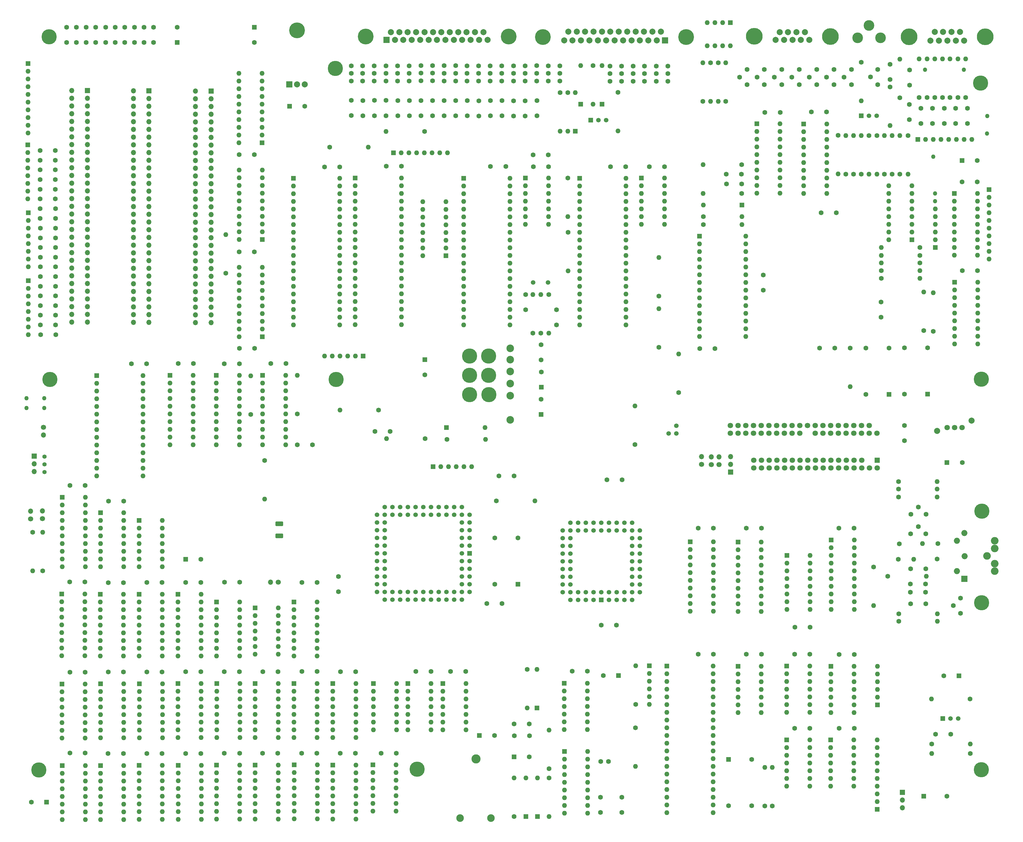
<source format=gbr>
%TF.GenerationSoftware,KiCad,Pcbnew,7.0.6*%
%TF.CreationDate,2023-07-20T11:36:44+01:00*%
%TF.ProjectId,Commodore PC10 III,436f6d6d-6f64-46f7-9265-205043313020,rev?*%
%TF.SameCoordinates,Original*%
%TF.FileFunction,Soldermask,Bot*%
%TF.FilePolarity,Negative*%
%FSLAX46Y46*%
G04 Gerber Fmt 4.6, Leading zero omitted, Abs format (unit mm)*
G04 Created by KiCad (PCBNEW 7.0.6) date 2023-07-20 11:36:44*
%MOMM*%
%LPD*%
G01*
G04 APERTURE LIST*
G04 Aperture macros list*
%AMRoundRect*
0 Rectangle with rounded corners*
0 $1 Rounding radius*
0 $2 $3 $4 $5 $6 $7 $8 $9 X,Y pos of 4 corners*
0 Add a 4 corners polygon primitive as box body*
4,1,4,$2,$3,$4,$5,$6,$7,$8,$9,$2,$3,0*
0 Add four circle primitives for the rounded corners*
1,1,$1+$1,$2,$3*
1,1,$1+$1,$4,$5*
1,1,$1+$1,$6,$7*
1,1,$1+$1,$8,$9*
0 Add four rect primitives between the rounded corners*
20,1,$1+$1,$2,$3,$4,$5,0*
20,1,$1+$1,$4,$5,$6,$7,0*
20,1,$1+$1,$6,$7,$8,$9,0*
20,1,$1+$1,$8,$9,$2,$3,0*%
G04 Aperture macros list end*
%ADD10C,1.600000*%
%ADD11O,1.600000X1.600000*%
%ADD12C,5.000000*%
%ADD13R,1.600000X1.600000*%
%ADD14C,1.700000*%
%ADD15O,1.700000X1.700000*%
%ADD16R,1.700000X1.700000*%
%ADD17C,2.500000*%
%ADD18C,3.000000*%
%ADD19O,1.400000X1.400000*%
%ADD20R,2.000000X2.000000*%
%ADD21C,5.200000*%
%ADD22C,2.000000*%
%ADD23C,1.400000*%
%ADD24R,1.500000X1.500000*%
%ADD25C,1.500000*%
%ADD26C,5.500000*%
%ADD27C,3.500000*%
%ADD28RoundRect,0.150000X1.100000X-0.600000X1.100000X0.600000X-1.100000X0.600000X-1.100000X-0.600000X0*%
%ADD29O,2.000000X2.000000*%
%ADD30O,2.500000X2.500000*%
%ADD31C,1.800000*%
%ADD32R,1.800000X1.800000*%
G04 APERTURE END LIST*
D10*
%TO.C,R625*%
X411240000Y-149700000D03*
D11*
X423940000Y-149700000D03*
%TD*%
D12*
%TO.C,*%
X444330000Y-228830000D03*
%TD*%
D13*
%TO.C,C403*%
X290345000Y-309725000D03*
D10*
X295345000Y-309725000D03*
%TD*%
%TO.C,EMI405*%
X282500000Y-87270000D03*
X282500000Y-84730000D03*
X282500000Y-82270000D03*
%TD*%
%TO.C,EMI424*%
X333310000Y-87370000D03*
X333310000Y-84830000D03*
X333310000Y-82370000D03*
%TD*%
D13*
%TO.C,U202*%
X394720000Y-238280000D03*
D11*
X394720000Y-240820000D03*
X394720000Y-243360000D03*
X394720000Y-245900000D03*
X394720000Y-248440000D03*
X394720000Y-250980000D03*
X394720000Y-253520000D03*
X394720000Y-256060000D03*
X394720000Y-258600000D03*
X394720000Y-261140000D03*
X402340000Y-261140000D03*
X402340000Y-258600000D03*
X402340000Y-256060000D03*
X402340000Y-253520000D03*
X402340000Y-250980000D03*
X402340000Y-248440000D03*
X402340000Y-245900000D03*
X402340000Y-243360000D03*
X402340000Y-240820000D03*
X402340000Y-238280000D03*
%TD*%
D10*
%TO.C,R503*%
X203650000Y-196990000D03*
D11*
X203650000Y-184290000D03*
%TD*%
D10*
%TO.C,EMI416*%
X240520000Y-87260000D03*
X240520000Y-84720000D03*
X240520000Y-82260000D03*
%TD*%
D13*
%TO.C,U606*%
X435400000Y-153520000D03*
D11*
X435400000Y-156060000D03*
X435400000Y-158600000D03*
X435400000Y-161140000D03*
X435400000Y-163680000D03*
X435400000Y-166220000D03*
X435400000Y-168760000D03*
X435400000Y-171300000D03*
X435400000Y-173840000D03*
X443020000Y-173840000D03*
X443020000Y-171300000D03*
X443020000Y-168760000D03*
X443020000Y-166220000D03*
X443020000Y-163680000D03*
X443020000Y-161140000D03*
X443020000Y-158600000D03*
X443020000Y-156060000D03*
X443020000Y-153520000D03*
%TD*%
D14*
%TO.C,JMP205*%
X135430000Y-201240000D03*
D15*
X135430000Y-203780000D03*
%TD*%
D13*
%TO.C,RP503*%
X130420000Y-130630000D03*
D11*
X130420000Y-133170000D03*
X130420000Y-135710000D03*
X130420000Y-138250000D03*
X130420000Y-140790000D03*
X130420000Y-143330000D03*
X130420000Y-145870000D03*
X130420000Y-148410000D03*
%TD*%
D10*
%TO.C,EMI408*%
X271110000Y-87230000D03*
X271110000Y-84690000D03*
X271110000Y-82230000D03*
%TD*%
%TO.C,C512*%
X146260000Y-74540000D03*
X146260000Y-69540000D03*
%TD*%
%TO.C,C753*%
X274410000Y-281580000D03*
X269410000Y-281580000D03*
%TD*%
D13*
%TO.C,U102*%
X217670000Y-119250000D03*
D11*
X217670000Y-121790000D03*
X217670000Y-124330000D03*
X217670000Y-126870000D03*
X217670000Y-129410000D03*
X217670000Y-131950000D03*
X217670000Y-134490000D03*
X217670000Y-137030000D03*
X217670000Y-139570000D03*
X217670000Y-142110000D03*
X217670000Y-144650000D03*
X217670000Y-147190000D03*
X217670000Y-149730000D03*
X217670000Y-152270000D03*
X217670000Y-154810000D03*
X217670000Y-157350000D03*
X217670000Y-159890000D03*
X217670000Y-162430000D03*
X217670000Y-164970000D03*
X217670000Y-167510000D03*
X232910000Y-167510000D03*
X232910000Y-164970000D03*
X232910000Y-162430000D03*
X232910000Y-159890000D03*
X232910000Y-157350000D03*
X232910000Y-154810000D03*
X232910000Y-152270000D03*
X232910000Y-149730000D03*
X232910000Y-147190000D03*
X232910000Y-144650000D03*
X232910000Y-142110000D03*
X232910000Y-139570000D03*
X232910000Y-137030000D03*
X232910000Y-134490000D03*
X232910000Y-131950000D03*
X232910000Y-129410000D03*
X232910000Y-126870000D03*
X232910000Y-124330000D03*
X232910000Y-121790000D03*
X232910000Y-119250000D03*
%TD*%
D10*
%TO.C,C539*%
X134300000Y-113320000D03*
X139300000Y-113320000D03*
%TD*%
%TO.C,R207*%
X375390000Y-325840000D03*
D11*
X375390000Y-313140000D03*
%TD*%
D15*
%TO.C,JMP268*%
X361620000Y-210900000D03*
X361620000Y-213440000D03*
D16*
X361620000Y-215980000D03*
%TD*%
D10*
%TO.C,C776*%
X282600000Y-115340000D03*
X287600000Y-115340000D03*
%TD*%
%TO.C,C103*%
X429110000Y-302210000D03*
X434110000Y-302210000D03*
%TD*%
%TO.C,C418*%
X259720000Y-98680000D03*
X259720000Y-93680000D03*
%TD*%
%TO.C,FB604*%
X426290000Y-92660000D03*
D11*
X426290000Y-79960000D03*
%TD*%
D10*
%TO.C,C718*%
X371790000Y-275930000D03*
X366790000Y-275930000D03*
%TD*%
%TO.C,R106*%
X408700000Y-247180000D03*
D11*
X408700000Y-259880000D03*
%TD*%
D10*
%TO.C,C772*%
X393190000Y-97450000D03*
X388190000Y-97450000D03*
%TD*%
%TO.C,C757*%
X334870000Y-115450000D03*
X339870000Y-115450000D03*
%TD*%
%TO.C,R204*%
X416920000Y-221590000D03*
D11*
X429620000Y-221590000D03*
%TD*%
D10*
%TO.C,C517*%
X162130000Y-74540000D03*
X162130000Y-69540000D03*
%TD*%
%TO.C,R103*%
X416980000Y-265100000D03*
D11*
X429680000Y-265100000D03*
%TD*%
D13*
%TO.C,OSC601*%
X426530000Y-190330000D03*
D10*
X426530000Y-175090000D03*
X418910000Y-175090000D03*
X418910000Y-190330000D03*
%TD*%
D12*
%TO.C,*%
X444200000Y-185390000D03*
%TD*%
D16*
%TO.C,JMP204*%
X132380000Y-210745000D03*
D15*
X132380000Y-213285000D03*
X132380000Y-215825000D03*
%TD*%
D17*
%TO.C,BT601*%
X272580000Y-329835000D03*
X282710000Y-329835000D03*
D18*
X277790000Y-310375000D03*
%TD*%
D10*
%TO.C,R501*%
X268220000Y-205170000D03*
D11*
X280920000Y-205170000D03*
%TD*%
D10*
%TO.C,C705*%
X199910000Y-175240000D03*
X204910000Y-175240000D03*
%TD*%
D12*
%TO.C,*%
X231530000Y-83120000D03*
%TD*%
D10*
%TO.C,C105*%
X425800000Y-252760000D03*
X420800000Y-252760000D03*
%TD*%
%TO.C,C536*%
X134330000Y-122890000D03*
X139330000Y-122890000D03*
%TD*%
%TO.C,EMI411*%
X259680000Y-87210000D03*
X259680000Y-84670000D03*
X259680000Y-82210000D03*
%TD*%
%TO.C,EMI612*%
X401415000Y-88490000D03*
X398995000Y-85970000D03*
X401415000Y-83490000D03*
%TD*%
D13*
%TO.C,CR404*%
X312310000Y-94850000D03*
D11*
X312310000Y-82150000D03*
%TD*%
D10*
%TO.C,EMI613*%
X395655000Y-88490000D03*
X393235000Y-85970000D03*
X395655000Y-83490000D03*
%TD*%
D19*
%TO.C,*%
X428930000Y-126800000D03*
%TD*%
D10*
%TO.C,EMI415*%
X244320000Y-87260000D03*
X244320000Y-84720000D03*
X244320000Y-82260000D03*
%TD*%
%TO.C,EMI420*%
X325740000Y-87370000D03*
X325740000Y-84830000D03*
X325740000Y-82370000D03*
%TD*%
D14*
%TO.C,CN504*%
X135040000Y-231305000D03*
D15*
X135040000Y-228765000D03*
%TD*%
D10*
%TO.C,EMI407*%
X274890000Y-87240000D03*
X274890000Y-84700000D03*
X274890000Y-82240000D03*
%TD*%
D20*
%TO.C,VR501*%
X216390000Y-88410000D03*
D21*
X218930000Y-70570000D03*
D22*
X218930000Y-88410000D03*
X221390000Y-88410000D03*
%TD*%
D13*
%TO.C,U323*%
X166900000Y-256220000D03*
D11*
X166900000Y-258760000D03*
X166900000Y-261300000D03*
X166900000Y-263840000D03*
X166900000Y-266380000D03*
X166900000Y-268920000D03*
X166900000Y-271460000D03*
X166900000Y-274000000D03*
X166900000Y-276540000D03*
X174520000Y-276540000D03*
X174520000Y-274000000D03*
X174520000Y-271460000D03*
X174520000Y-268920000D03*
X174520000Y-266380000D03*
X174520000Y-263840000D03*
X174520000Y-261300000D03*
X174520000Y-258760000D03*
X174520000Y-256220000D03*
%TD*%
D10*
%TO.C,C707*%
X199920000Y-180320000D03*
X194920000Y-180320000D03*
%TD*%
D13*
%TO.C,U405*%
X332280000Y-119170000D03*
D11*
X332280000Y-121710000D03*
X332280000Y-124250000D03*
X332280000Y-126790000D03*
X332280000Y-129330000D03*
X332280000Y-131870000D03*
X332280000Y-134410000D03*
X339900000Y-134410000D03*
X339900000Y-131870000D03*
X339900000Y-129330000D03*
X339900000Y-126790000D03*
X339900000Y-124250000D03*
X339900000Y-121710000D03*
X339900000Y-119170000D03*
%TD*%
D14*
%TO.C,CN203*%
X131180000Y-231335000D03*
D15*
X131180000Y-228795000D03*
%TD*%
D13*
%TO.C,RP505*%
X130340000Y-81520000D03*
D11*
X130340000Y-84060000D03*
X130340000Y-86600000D03*
X130340000Y-89140000D03*
X130340000Y-91680000D03*
X130340000Y-94220000D03*
X130340000Y-96760000D03*
X130340000Y-99300000D03*
X130340000Y-101840000D03*
X130340000Y-104380000D03*
%TD*%
D13*
%TO.C,C501*%
X260965000Y-178975000D03*
D10*
X260965000Y-183975000D03*
%TD*%
D23*
%TO.C,TP2*%
X135730000Y-213430000D03*
%TD*%
D10*
%TO.C,C736*%
X156780000Y-281730000D03*
X161780000Y-281730000D03*
%TD*%
%TO.C,C762*%
X322090000Y-115440000D03*
X327090000Y-115440000D03*
%TD*%
D24*
%TO.C,U101*%
X275730000Y-242680000D03*
D25*
X273190000Y-242680000D03*
X275730000Y-240140000D03*
X273190000Y-240140000D03*
X275730000Y-237600000D03*
X273190000Y-237600000D03*
X275730000Y-235060000D03*
X273190000Y-235060000D03*
X275730000Y-232520000D03*
X273190000Y-232520000D03*
X275730000Y-229980000D03*
X273190000Y-227440000D03*
X273190000Y-229980000D03*
X270650000Y-227440000D03*
X270650000Y-229980000D03*
X268110000Y-227440000D03*
X268110000Y-229980000D03*
X265570000Y-227440000D03*
X265570000Y-229980000D03*
X263030000Y-227440000D03*
X263030000Y-229980000D03*
X260490000Y-227440000D03*
X260490000Y-229980000D03*
X257950000Y-227440000D03*
X257950000Y-229980000D03*
X255410000Y-227440000D03*
X255410000Y-229980000D03*
X252870000Y-227440000D03*
X252870000Y-229980000D03*
X250330000Y-227440000D03*
X250330000Y-229980000D03*
X247790000Y-227440000D03*
X245250000Y-229980000D03*
X247790000Y-229980000D03*
X245250000Y-232520000D03*
X247790000Y-232520000D03*
X245250000Y-235060000D03*
X247790000Y-235060000D03*
X245250000Y-237600000D03*
X247790000Y-237600000D03*
X245250000Y-240140000D03*
X247790000Y-240140000D03*
X245250000Y-242680000D03*
X247790000Y-242680000D03*
X245250000Y-245220000D03*
X247790000Y-245220000D03*
X245250000Y-247760000D03*
X247790000Y-247760000D03*
X245250000Y-250300000D03*
X247790000Y-250300000D03*
X245250000Y-252840000D03*
X247790000Y-252840000D03*
X245250000Y-255380000D03*
X247790000Y-257920000D03*
X247790000Y-255380000D03*
X250330000Y-257920000D03*
X250330000Y-255380000D03*
X252870000Y-257920000D03*
X252870000Y-255380000D03*
X255410000Y-257920000D03*
X255410000Y-255380000D03*
X257950000Y-257920000D03*
X257950000Y-255380000D03*
X260490000Y-257920000D03*
X260490000Y-255380000D03*
X263030000Y-257920000D03*
X263030000Y-255380000D03*
X265570000Y-257920000D03*
X265570000Y-255380000D03*
X268110000Y-257920000D03*
X268110000Y-255380000D03*
X270650000Y-257920000D03*
X270650000Y-255380000D03*
X273190000Y-257920000D03*
X275730000Y-255380000D03*
X273190000Y-255380000D03*
X275730000Y-252840000D03*
X273190000Y-252840000D03*
X275730000Y-250300000D03*
X273190000Y-250300000D03*
X275730000Y-247760000D03*
X273190000Y-247760000D03*
X275730000Y-245220000D03*
X273190000Y-245220000D03*
%TD*%
D13*
%TO.C,U104*%
X207380000Y-107610000D03*
D11*
X207380000Y-105070000D03*
X207380000Y-102530000D03*
X207380000Y-99990000D03*
X207380000Y-97450000D03*
X207380000Y-94910000D03*
X207380000Y-92370000D03*
X207380000Y-89830000D03*
X207380000Y-87290000D03*
X207380000Y-84750000D03*
X199760000Y-84750000D03*
X199760000Y-87290000D03*
X199760000Y-89830000D03*
X199760000Y-92370000D03*
X199760000Y-94910000D03*
X199760000Y-97450000D03*
X199760000Y-99990000D03*
X199760000Y-102530000D03*
X199760000Y-105070000D03*
X199760000Y-107610000D03*
%TD*%
D10*
%TO.C,C708*%
X215260000Y-180210000D03*
X210260000Y-180210000D03*
%TD*%
%TO.C,C704*%
X199850000Y-111450000D03*
X204850000Y-111450000D03*
%TD*%
%TO.C,C742*%
X233170000Y-281640000D03*
X238170000Y-281640000D03*
%TD*%
%TO.C,C415*%
X271160000Y-98740000D03*
X271160000Y-93740000D03*
%TD*%
%TO.C,C605*%
X439640000Y-96270000D03*
X439640000Y-101270000D03*
%TD*%
D22*
%TO.C,CN601*%
X438540000Y-73960000D03*
X435770000Y-73960000D03*
X433000000Y-73960000D03*
X430230000Y-73960000D03*
X427460000Y-73960000D03*
X437155000Y-71120000D03*
X434385000Y-71120000D03*
D26*
X445480000Y-72700000D03*
D22*
X431615000Y-71120000D03*
D26*
X420370000Y-72690000D03*
D22*
X428845000Y-71120000D03*
%TD*%
D27*
%TO.C,CN603*%
X411000000Y-73030000D03*
X407190000Y-69020000D03*
X403500000Y-73030000D03*
%TD*%
D23*
%TO.C,TP3*%
X135740000Y-210880000D03*
%TD*%
D13*
%TO.C,U401*%
X306960000Y-307930000D03*
D11*
X306960000Y-310470000D03*
X306960000Y-313010000D03*
X306960000Y-315550000D03*
X306960000Y-318090000D03*
X306960000Y-320630000D03*
X306960000Y-323170000D03*
X306960000Y-325710000D03*
X306960000Y-328250000D03*
X314580000Y-328250000D03*
X314580000Y-325710000D03*
X314580000Y-323170000D03*
X314580000Y-320630000D03*
X314580000Y-318090000D03*
X314580000Y-315550000D03*
X314580000Y-313010000D03*
X314580000Y-310470000D03*
X314580000Y-307930000D03*
%TD*%
D10*
%TO.C,R644*%
X316350000Y-82180000D03*
D11*
X316350000Y-94880000D03*
%TD*%
D10*
%TO.C,C803*%
X325890000Y-218510000D03*
X320890000Y-218510000D03*
%TD*%
%TO.C,C748*%
X314470000Y-281500000D03*
X309470000Y-281500000D03*
%TD*%
D12*
%TO.C,*%
X443950000Y-87940000D03*
%TD*%
D13*
%TO.C,C545*%
X436790000Y-282990000D03*
D10*
X431790000Y-282990000D03*
%TD*%
D24*
%TO.C,U602*%
X319030000Y-258020000D03*
D25*
X319030000Y-255480000D03*
X321570000Y-258020000D03*
X321570000Y-255480000D03*
X324110000Y-258020000D03*
X324110000Y-255480000D03*
X326650000Y-258020000D03*
X326650000Y-255480000D03*
X329190000Y-258020000D03*
X331730000Y-255480000D03*
X329190000Y-255480000D03*
X331730000Y-252940000D03*
X329190000Y-252940000D03*
X331730000Y-250400000D03*
X329190000Y-250400000D03*
X331730000Y-247860000D03*
X329190000Y-247860000D03*
X331730000Y-245320000D03*
X329190000Y-245320000D03*
X331730000Y-242780000D03*
X329190000Y-242780000D03*
X331730000Y-240240000D03*
X329190000Y-240240000D03*
X331730000Y-237700000D03*
X329190000Y-237700000D03*
X331730000Y-235160000D03*
X329190000Y-232620000D03*
X329190000Y-235160000D03*
X326650000Y-232620000D03*
X326650000Y-235160000D03*
X324110000Y-232620000D03*
X324110000Y-235160000D03*
X321570000Y-232620000D03*
X321570000Y-235160000D03*
X319030000Y-232620000D03*
X319030000Y-235160000D03*
X316490000Y-232620000D03*
X316490000Y-235160000D03*
X313950000Y-232620000D03*
X313950000Y-235160000D03*
X311410000Y-232620000D03*
X311410000Y-235160000D03*
X308870000Y-232620000D03*
X306330000Y-235160000D03*
X308870000Y-235160000D03*
X306330000Y-237700000D03*
X308870000Y-237700000D03*
X306330000Y-240240000D03*
X308870000Y-240240000D03*
X306330000Y-242780000D03*
X308870000Y-242780000D03*
X306330000Y-245320000D03*
X308870000Y-245320000D03*
X306330000Y-247860000D03*
X308870000Y-247860000D03*
X306330000Y-250400000D03*
X308870000Y-250400000D03*
X306330000Y-252940000D03*
X308870000Y-252940000D03*
X306330000Y-255480000D03*
X308870000Y-258020000D03*
X308870000Y-255480000D03*
X311410000Y-258020000D03*
X311410000Y-255480000D03*
X313950000Y-258020000D03*
X313950000Y-255480000D03*
X316490000Y-258020000D03*
X316490000Y-255480000D03*
%TD*%
D10*
%TO.C,R203*%
X330350000Y-300150000D03*
D11*
X330350000Y-312850000D03*
%TD*%
D10*
%TO.C,EMI403*%
X290160000Y-87250000D03*
X290160000Y-84710000D03*
X290160000Y-82250000D03*
%TD*%
D12*
%TO.C,*%
X137300000Y-72680000D03*
%TD*%
D10*
%TO.C,EMI105*%
X437340000Y-262440000D03*
X434920000Y-259920000D03*
X437340000Y-257440000D03*
%TD*%
%TO.C,C715*%
X402340000Y-300290000D03*
X397340000Y-300290000D03*
%TD*%
%TO.C,C717*%
X387740000Y-275930000D03*
X382740000Y-275930000D03*
%TD*%
%TO.C,FB602*%
X428340000Y-169660000D03*
D11*
X428340000Y-156960000D03*
%TD*%
D13*
%TO.C,U107*%
X192340000Y-184140000D03*
D11*
X192340000Y-186680000D03*
X192340000Y-189220000D03*
X192340000Y-191760000D03*
X192340000Y-194300000D03*
X192340000Y-196840000D03*
X192340000Y-199380000D03*
X192340000Y-201920000D03*
X192340000Y-204460000D03*
X192340000Y-207000000D03*
X199960000Y-207000000D03*
X199960000Y-204460000D03*
X199960000Y-201920000D03*
X199960000Y-199380000D03*
X199960000Y-196840000D03*
X199960000Y-194300000D03*
X199960000Y-191760000D03*
X199960000Y-189220000D03*
X199960000Y-186680000D03*
X199960000Y-184140000D03*
%TD*%
D10*
%TO.C,C518*%
X165340000Y-74540000D03*
X165340000Y-69540000D03*
%TD*%
D13*
%TO.C,RP301*%
X166890000Y-231915000D03*
D11*
X166890000Y-234455000D03*
X166890000Y-236995000D03*
X166890000Y-239535000D03*
X166890000Y-242075000D03*
X166890000Y-244615000D03*
X166890000Y-247155000D03*
X174510000Y-247155000D03*
X174510000Y-244615000D03*
X174510000Y-242075000D03*
X174510000Y-239535000D03*
X174510000Y-236995000D03*
X174510000Y-234455000D03*
X174510000Y-231915000D03*
%TD*%
D10*
%TO.C,R413*%
X338010000Y-158050000D03*
D11*
X338010000Y-145350000D03*
%TD*%
D10*
%TO.C,EMI607*%
X367015000Y-88490000D03*
X364595000Y-85970000D03*
X367015000Y-83490000D03*
%TD*%
%TO.C,C516*%
X159000000Y-74540000D03*
X159000000Y-69540000D03*
%TD*%
%TO.C,C513*%
X143040000Y-74540000D03*
X143040000Y-69540000D03*
%TD*%
%TO.C,C774*%
X437940000Y-149680000D03*
X442940000Y-149680000D03*
%TD*%
%TO.C,C411*%
X286370000Y-98740000D03*
X286370000Y-93740000D03*
%TD*%
%TO.C,C530*%
X134370000Y-142040000D03*
X139370000Y-142040000D03*
%TD*%
%TO.C,C769*%
X411170000Y-159990000D03*
X411170000Y-164990000D03*
%TD*%
D13*
%TO.C,OSC602*%
X413770000Y-190360000D03*
D10*
X413770000Y-175120000D03*
X406150000Y-175120000D03*
X406150000Y-190360000D03*
%TD*%
%TO.C,*%
X429620000Y-244610000D03*
%TD*%
%TO.C,EMI419*%
X321930000Y-87370000D03*
X321930000Y-84830000D03*
X321930000Y-82370000D03*
%TD*%
%TO.C,EMI422*%
X337160000Y-87370000D03*
X337160000Y-84830000D03*
X337160000Y-82370000D03*
%TD*%
%TO.C,C110*%
X290330000Y-217220000D03*
X285330000Y-217220000D03*
%TD*%
D14*
%TO.C,JMP101*%
X212705000Y-252210000D03*
D15*
X210165000Y-252210000D03*
%TD*%
D10*
%TO.C,R640*%
X425220000Y-169380000D03*
D11*
X425220000Y-156680000D03*
%TD*%
D10*
%TO.C,C731*%
X194970000Y-308510000D03*
X199970000Y-308510000D03*
%TD*%
D13*
%TO.C,U607*%
X351430000Y-138360000D03*
D11*
X351430000Y-140900000D03*
X351430000Y-143440000D03*
X351430000Y-145980000D03*
X351430000Y-148520000D03*
X351430000Y-151060000D03*
X351430000Y-153600000D03*
X351430000Y-156140000D03*
X351430000Y-158680000D03*
X351430000Y-161220000D03*
X351430000Y-163760000D03*
X351430000Y-166300000D03*
X351430000Y-168840000D03*
X351430000Y-171380000D03*
X366670000Y-171380000D03*
X366670000Y-168840000D03*
X366670000Y-166300000D03*
X366670000Y-163760000D03*
X366670000Y-161220000D03*
X366670000Y-158680000D03*
X366670000Y-156140000D03*
X366670000Y-153600000D03*
X366670000Y-151060000D03*
X366670000Y-148520000D03*
X366670000Y-145980000D03*
X366670000Y-143440000D03*
X366670000Y-140900000D03*
X366670000Y-138360000D03*
%TD*%
D10*
%TO.C,FB102*%
X429845000Y-239510000D03*
D11*
X424765000Y-239510000D03*
%TD*%
D10*
%TO.C,FB103*%
X416865000Y-244630000D03*
D11*
X421945000Y-244630000D03*
%TD*%
D13*
%TO.C,RP605*%
X429020000Y-142070000D03*
D11*
X429020000Y-139530000D03*
X429020000Y-136990000D03*
X429020000Y-134450000D03*
X429020000Y-131910000D03*
X429020000Y-129370000D03*
%TD*%
D10*
%TO.C,C802*%
X324010000Y-266300000D03*
X319010000Y-266300000D03*
%TD*%
%TO.C,C775*%
X281400000Y-259200000D03*
X286400000Y-259200000D03*
%TD*%
%TO.C,C527*%
X134410000Y-151620000D03*
X139410000Y-151620000D03*
%TD*%
%TO.C,C741*%
X220460000Y-281600000D03*
X225460000Y-281600000D03*
%TD*%
D13*
%TO.C,RP102*%
X263680000Y-214160000D03*
D11*
X266220000Y-214160000D03*
X268760000Y-214160000D03*
X271300000Y-214160000D03*
X273840000Y-214160000D03*
X276380000Y-214160000D03*
%TD*%
D10*
%TO.C,C766*%
X390960000Y-175170000D03*
X395960000Y-175170000D03*
%TD*%
%TO.C,R411*%
X301830000Y-313620000D03*
D11*
X301830000Y-300920000D03*
%TD*%
D21*
%TO.C,CN402*%
X299860000Y-72760000D03*
D20*
X340080000Y-73870000D03*
D21*
X346960000Y-72760000D03*
D22*
X337310000Y-73870000D03*
X334540000Y-73870000D03*
X331770000Y-73870000D03*
X329000000Y-73870000D03*
X326230000Y-73870000D03*
X323460000Y-73870000D03*
X320690000Y-73870000D03*
X317920000Y-73870000D03*
X315150000Y-73870000D03*
X312380000Y-73870000D03*
X309610000Y-73870000D03*
X306840000Y-73870000D03*
X338675000Y-71050000D03*
X335905000Y-71050000D03*
X333135000Y-71050000D03*
X330365000Y-71050000D03*
X327595000Y-71050000D03*
X324825000Y-71050000D03*
X322055000Y-71050000D03*
X319285000Y-71050000D03*
X316515000Y-71050000D03*
X313745000Y-71050000D03*
X310975000Y-71050000D03*
X308205000Y-71050000D03*
%TD*%
D13*
%TO.C,U307*%
X166920000Y-312495000D03*
D11*
X166920000Y-315035000D03*
X166920000Y-317575000D03*
X166920000Y-320115000D03*
X166920000Y-322655000D03*
X166920000Y-325195000D03*
X166920000Y-327735000D03*
X166920000Y-330275000D03*
X174540000Y-330275000D03*
X174540000Y-327735000D03*
X174540000Y-325195000D03*
X174540000Y-322655000D03*
X174540000Y-320115000D03*
X174540000Y-317575000D03*
X174540000Y-315035000D03*
X174540000Y-312495000D03*
%TD*%
D10*
%TO.C,C770*%
X351450000Y-175300000D03*
X356450000Y-175300000D03*
%TD*%
D13*
%TO.C,RP203*%
X409900000Y-326970000D03*
D11*
X409900000Y-324430000D03*
X409900000Y-321890000D03*
X409900000Y-319350000D03*
X409900000Y-316810000D03*
X409900000Y-314270000D03*
X409900000Y-311730000D03*
X409900000Y-309190000D03*
X409900000Y-306650000D03*
X409900000Y-304110000D03*
%TD*%
D10*
%TO.C,R620*%
X404670000Y-117900000D03*
D11*
X404670000Y-105200000D03*
%TD*%
D13*
%TO.C,RP501*%
X334890000Y-279750000D03*
D11*
X334890000Y-282290000D03*
X334890000Y-284830000D03*
X334890000Y-287370000D03*
X334890000Y-289910000D03*
X334890000Y-292450000D03*
%TD*%
D13*
%TO.C,U308*%
X179740000Y-312445000D03*
D11*
X179740000Y-314985000D03*
X179740000Y-317525000D03*
X179740000Y-320065000D03*
X179740000Y-322605000D03*
X179740000Y-325145000D03*
X179740000Y-327685000D03*
X179740000Y-330225000D03*
X187360000Y-330225000D03*
X187360000Y-327685000D03*
X187360000Y-325145000D03*
X187360000Y-322605000D03*
X187360000Y-320065000D03*
X187360000Y-317525000D03*
X187360000Y-314985000D03*
X187360000Y-312445000D03*
%TD*%
D10*
%TO.C,R102*%
X440530000Y-308600000D03*
D11*
X427830000Y-308600000D03*
%TD*%
D12*
%TO.C,*%
X444290000Y-258990000D03*
%TD*%
D14*
%TO.C,JMP207*%
X357820000Y-213475000D03*
D15*
X357820000Y-210935000D03*
%TD*%
D12*
%TO.C,*%
X137500000Y-185470000D03*
%TD*%
D10*
%TO.C,EMI421*%
X329570000Y-87370000D03*
X329570000Y-84830000D03*
X329570000Y-82370000D03*
%TD*%
%TO.C,FB201*%
X372920000Y-325850000D03*
D11*
X372920000Y-313150000D03*
%TD*%
D10*
%TO.C,R408*%
X305490000Y-91100000D03*
D11*
X305490000Y-103800000D03*
%TD*%
D13*
%TO.C,U315*%
X166950000Y-285645000D03*
D11*
X166950000Y-288185000D03*
X166950000Y-290725000D03*
X166950000Y-293265000D03*
X166950000Y-295805000D03*
X166950000Y-298345000D03*
X166950000Y-300885000D03*
X166950000Y-303425000D03*
X174570000Y-303425000D03*
X174570000Y-300885000D03*
X174570000Y-298345000D03*
X174570000Y-295805000D03*
X174570000Y-293265000D03*
X174570000Y-290725000D03*
X174570000Y-288185000D03*
X174570000Y-285645000D03*
%TD*%
D13*
%TO.C,U324*%
X179680000Y-256210000D03*
D11*
X179680000Y-258750000D03*
X179680000Y-261290000D03*
X179680000Y-263830000D03*
X179680000Y-266370000D03*
X179680000Y-268910000D03*
X179680000Y-271450000D03*
X179680000Y-273990000D03*
X179680000Y-276530000D03*
X187300000Y-276530000D03*
X187300000Y-273990000D03*
X187300000Y-271450000D03*
X187300000Y-268910000D03*
X187300000Y-266370000D03*
X187300000Y-263830000D03*
X187300000Y-261290000D03*
X187300000Y-258750000D03*
X187300000Y-256210000D03*
%TD*%
D10*
%TO.C,R622*%
X420060000Y-105260000D03*
D11*
X420060000Y-117960000D03*
%TD*%
D13*
%TO.C,RP602*%
X421300000Y-139510000D03*
D11*
X421300000Y-136970000D03*
X421300000Y-134430000D03*
X421300000Y-131890000D03*
X421300000Y-129350000D03*
X421300000Y-126810000D03*
X421300000Y-124270000D03*
X421300000Y-121730000D03*
X413680000Y-121730000D03*
X413680000Y-124270000D03*
X413680000Y-126810000D03*
X413680000Y-129350000D03*
X413680000Y-131890000D03*
X413680000Y-134430000D03*
X413680000Y-136970000D03*
X413680000Y-139510000D03*
%TD*%
D13*
%TO.C,CR601*%
X365360000Y-128060000D03*
D11*
X352660000Y-128060000D03*
%TD*%
D10*
%TO.C,EMI409*%
X267290000Y-87230000D03*
X267290000Y-84690000D03*
X267290000Y-82230000D03*
%TD*%
%TO.C,C414*%
X274950000Y-98730000D03*
X274950000Y-93730000D03*
%TD*%
%TO.C,C740*%
X207630000Y-281680000D03*
X212630000Y-281680000D03*
%TD*%
%TO.C,C538*%
X134310000Y-116520000D03*
X139310000Y-116520000D03*
%TD*%
D19*
%TO.C,*%
X135650000Y-191680000D03*
%TD*%
D10*
%TO.C,C106*%
X425830000Y-255460000D03*
X420830000Y-255460000D03*
%TD*%
D13*
%TO.C,U402*%
X311900000Y-119250000D03*
D11*
X311900000Y-121790000D03*
X311900000Y-124330000D03*
X311900000Y-126870000D03*
X311900000Y-129410000D03*
X311900000Y-131950000D03*
X311900000Y-134490000D03*
X311900000Y-137030000D03*
X311900000Y-139570000D03*
X311900000Y-142110000D03*
X311900000Y-144650000D03*
X311900000Y-147190000D03*
X311900000Y-149730000D03*
X311900000Y-152270000D03*
X311900000Y-154810000D03*
X311900000Y-157350000D03*
X311900000Y-159890000D03*
X311900000Y-162430000D03*
X311900000Y-164970000D03*
X311900000Y-167510000D03*
X327140000Y-167510000D03*
X327140000Y-164970000D03*
X327140000Y-162430000D03*
X327140000Y-159890000D03*
X327140000Y-157350000D03*
X327140000Y-154810000D03*
X327140000Y-152270000D03*
X327140000Y-149730000D03*
X327140000Y-147190000D03*
X327140000Y-144650000D03*
X327140000Y-142110000D03*
X327140000Y-139570000D03*
X327140000Y-137030000D03*
X327140000Y-134490000D03*
X327140000Y-131950000D03*
X327140000Y-129410000D03*
X327140000Y-126870000D03*
X327140000Y-124330000D03*
X327140000Y-121790000D03*
X327140000Y-119250000D03*
%TD*%
D10*
%TO.C,C529*%
X134400000Y-145260000D03*
X139400000Y-145260000D03*
%TD*%
%TO.C,C408*%
X297850000Y-98720000D03*
X297850000Y-93720000D03*
%TD*%
D13*
%TO.C,RP202*%
X380170000Y-243360000D03*
D11*
X380170000Y-245900000D03*
X380170000Y-248440000D03*
X380170000Y-250980000D03*
X380170000Y-253520000D03*
X380170000Y-256060000D03*
X380170000Y-258600000D03*
X380170000Y-261140000D03*
X387790000Y-261140000D03*
X387790000Y-258600000D03*
X387790000Y-256060000D03*
X387790000Y-253520000D03*
X387790000Y-250980000D03*
X387790000Y-248440000D03*
X387790000Y-245900000D03*
X387790000Y-243360000D03*
%TD*%
D10*
%TO.C,C735*%
X144110000Y-281800000D03*
X149110000Y-281800000D03*
%TD*%
%TO.C,C514*%
X152600000Y-74540000D03*
X152600000Y-69540000D03*
%TD*%
%TO.C,C604*%
X435760000Y-96270000D03*
X435760000Y-101270000D03*
%TD*%
%TO.C,C761*%
X296640000Y-111560000D03*
X301640000Y-111560000D03*
%TD*%
%TO.C,C422*%
X244400000Y-98660000D03*
X244400000Y-93660000D03*
%TD*%
D13*
%TO.C,U105*%
X207500000Y-171400000D03*
D11*
X207500000Y-168860000D03*
X207500000Y-166320000D03*
X207500000Y-163780000D03*
X207500000Y-161240000D03*
X207500000Y-158700000D03*
X207500000Y-156160000D03*
X207500000Y-153620000D03*
X207500000Y-151080000D03*
X207500000Y-148540000D03*
X199880000Y-148540000D03*
X199880000Y-151080000D03*
X199880000Y-153620000D03*
X199880000Y-156160000D03*
X199880000Y-158700000D03*
X199880000Y-161240000D03*
X199880000Y-163780000D03*
X199880000Y-166320000D03*
X199880000Y-168860000D03*
X199880000Y-171400000D03*
%TD*%
D10*
%TO.C,C760*%
X296690000Y-115430000D03*
X301690000Y-115430000D03*
%TD*%
%TO.C,R639*%
X397030000Y-105170000D03*
D11*
X397030000Y-117870000D03*
%TD*%
D10*
%TO.C,R407*%
X308040000Y-119200000D03*
D11*
X308040000Y-131900000D03*
%TD*%
D10*
%TO.C,R404*%
X301760000Y-157560000D03*
D11*
X301760000Y-170260000D03*
%TD*%
D10*
%TO.C,R401*%
X301830000Y-316640000D03*
D11*
X301830000Y-329340000D03*
%TD*%
D10*
%TO.C,EMI414*%
X248150000Y-87270000D03*
X248150000Y-84730000D03*
X248150000Y-82270000D03*
%TD*%
D19*
%TO.C,*%
X446070000Y-104510000D03*
%TD*%
D10*
%TO.C,C412*%
X282560000Y-98740000D03*
X282560000Y-93740000D03*
%TD*%
%TO.C,R502*%
X195400000Y-150500000D03*
D11*
X195400000Y-137800000D03*
%TD*%
D13*
%TO.C,U106*%
X207440000Y-139440000D03*
D11*
X207440000Y-136900000D03*
X207440000Y-134360000D03*
X207440000Y-131820000D03*
X207440000Y-129280000D03*
X207440000Y-126740000D03*
X207440000Y-124200000D03*
X207440000Y-121660000D03*
X207440000Y-119120000D03*
X207440000Y-116580000D03*
X199820000Y-116580000D03*
X199820000Y-119120000D03*
X199820000Y-121660000D03*
X199820000Y-124200000D03*
X199820000Y-126740000D03*
X199820000Y-129280000D03*
X199820000Y-131820000D03*
X199820000Y-134360000D03*
X199820000Y-136900000D03*
X199820000Y-139440000D03*
%TD*%
D13*
%TO.C,U328*%
X243890000Y-312290000D03*
D11*
X243890000Y-314830000D03*
X243890000Y-317370000D03*
X243890000Y-319910000D03*
X243890000Y-322450000D03*
X243890000Y-324990000D03*
X243890000Y-327530000D03*
X251510000Y-327530000D03*
X251510000Y-324990000D03*
X251510000Y-322450000D03*
X251510000Y-319910000D03*
X251510000Y-317370000D03*
X251510000Y-314830000D03*
X251510000Y-312290000D03*
%TD*%
D10*
%TO.C,C703*%
X253250000Y-115310000D03*
X248250000Y-115310000D03*
%TD*%
%TO.C,C416*%
X267320000Y-98710000D03*
X267320000Y-93710000D03*
%TD*%
%TO.C,C773*%
X437840000Y-120430000D03*
X442840000Y-120430000D03*
%TD*%
D13*
%TO.C,U604*%
X385710000Y-101400000D03*
D11*
X385710000Y-103940000D03*
X385710000Y-106480000D03*
X385710000Y-109020000D03*
X385710000Y-111560000D03*
X385710000Y-114100000D03*
X385710000Y-116640000D03*
X385710000Y-119180000D03*
X385710000Y-121720000D03*
X385710000Y-124260000D03*
X393330000Y-124260000D03*
X393330000Y-121720000D03*
X393330000Y-119180000D03*
X393330000Y-116640000D03*
X393330000Y-114100000D03*
X393330000Y-111560000D03*
X393330000Y-109020000D03*
X393330000Y-106480000D03*
X393330000Y-103940000D03*
X393330000Y-101400000D03*
%TD*%
D19*
%TO.C,*%
X129820000Y-191690000D03*
%TD*%
D13*
%TO.C,U2*%
X364130000Y-279845000D03*
D11*
X364130000Y-282385000D03*
X364130000Y-284925000D03*
X364130000Y-287465000D03*
X364130000Y-290005000D03*
X364130000Y-292545000D03*
X364130000Y-295085000D03*
X371750000Y-295085000D03*
X371750000Y-292545000D03*
X371750000Y-290005000D03*
X371750000Y-287465000D03*
X371750000Y-284925000D03*
X371750000Y-282385000D03*
X371750000Y-279845000D03*
%TD*%
D10*
%TO.C,C747*%
X263000000Y-281560000D03*
X258000000Y-281560000D03*
%TD*%
D13*
%TO.C,CR403*%
X319310000Y-94870000D03*
D11*
X319310000Y-82170000D03*
%TD*%
D10*
%TO.C,R405*%
X299160000Y-170280000D03*
D11*
X299160000Y-157580000D03*
%TD*%
D16*
%TO.C,CN101*%
X418190000Y-321360000D03*
D15*
X418190000Y-323900000D03*
X418190000Y-326440000D03*
%TD*%
D13*
%TO.C,U306*%
X154230000Y-312535000D03*
D11*
X154230000Y-315075000D03*
X154230000Y-317615000D03*
X154230000Y-320155000D03*
X154230000Y-322695000D03*
X154230000Y-325235000D03*
X154230000Y-327775000D03*
X154230000Y-330315000D03*
X161850000Y-330315000D03*
X161850000Y-327775000D03*
X161850000Y-325235000D03*
X161850000Y-322695000D03*
X161850000Y-320155000D03*
X161850000Y-317615000D03*
X161850000Y-315075000D03*
X161850000Y-312535000D03*
%TD*%
D10*
%TO.C,C701*%
X232490000Y-250320000D03*
X232490000Y-255320000D03*
%TD*%
%TO.C,C201*%
X418880000Y-200650000D03*
X418880000Y-205650000D03*
%TD*%
D28*
%TO.C,J1*%
X213025000Y-236975000D03*
X213025000Y-232975000D03*
%TD*%
D10*
%TO.C,EMI425*%
X301640000Y-87260000D03*
X301640000Y-84720000D03*
X301640000Y-82260000D03*
%TD*%
%TO.C,C706*%
X199860000Y-143460000D03*
X204860000Y-143460000D03*
%TD*%
%TO.C,R643*%
X229650000Y-109020000D03*
D11*
X242350000Y-109020000D03*
%TD*%
D13*
%TO.C,U321*%
X141460000Y-256130000D03*
D11*
X141460000Y-258670000D03*
X141460000Y-261210000D03*
X141460000Y-263750000D03*
X141460000Y-266290000D03*
X141460000Y-268830000D03*
X141460000Y-271370000D03*
X141460000Y-273910000D03*
X141460000Y-276450000D03*
X149080000Y-276450000D03*
X149080000Y-273910000D03*
X149080000Y-271370000D03*
X149080000Y-268830000D03*
X149080000Y-266290000D03*
X149080000Y-263750000D03*
X149080000Y-261210000D03*
X149080000Y-258670000D03*
X149080000Y-256130000D03*
%TD*%
D10*
%TO.C,C723*%
X161840000Y-225540000D03*
X156840000Y-225540000D03*
%TD*%
D19*
%TO.C,*%
X438400000Y-83570000D03*
%TD*%
D13*
%TO.C,RP303*%
X244030000Y-285560000D03*
D11*
X244030000Y-288100000D03*
X244030000Y-290640000D03*
X244030000Y-293180000D03*
X244030000Y-295720000D03*
X244030000Y-298260000D03*
X244030000Y-300800000D03*
X251650000Y-300800000D03*
X251650000Y-298260000D03*
X251650000Y-295720000D03*
X251650000Y-293180000D03*
X251650000Y-290640000D03*
X251650000Y-288100000D03*
X251650000Y-285560000D03*
%TD*%
D10*
%TO.C,R202*%
X330390000Y-292410000D03*
D11*
X330390000Y-279710000D03*
%TD*%
D10*
%TO.C,C726*%
X149150000Y-220380000D03*
X144150000Y-220380000D03*
%TD*%
%TO.C,R642*%
X330110000Y-206940000D03*
D11*
X330110000Y-194240000D03*
%TD*%
D13*
%TO.C,U304*%
X141550000Y-224295000D03*
D11*
X141550000Y-226835000D03*
X141550000Y-229375000D03*
X141550000Y-231915000D03*
X141550000Y-234455000D03*
X141550000Y-236995000D03*
X141550000Y-239535000D03*
X141550000Y-242075000D03*
X141550000Y-244615000D03*
X141550000Y-247155000D03*
X149170000Y-247155000D03*
X149170000Y-244615000D03*
X149170000Y-242075000D03*
X149170000Y-239535000D03*
X149170000Y-236995000D03*
X149170000Y-234455000D03*
X149170000Y-231915000D03*
X149170000Y-229375000D03*
X149170000Y-226835000D03*
X149170000Y-224295000D03*
%TD*%
D13*
%TO.C,C543*%
X278900000Y-302680000D03*
D10*
X283900000Y-302680000D03*
%TD*%
D19*
%TO.C,*%
X129860000Y-194890000D03*
%TD*%
D10*
%TO.C,R604*%
X414800000Y-117960000D03*
D11*
X414800000Y-105260000D03*
%TD*%
D13*
%TO.C,RP302*%
X205070000Y-260635000D03*
D11*
X205070000Y-263175000D03*
X205070000Y-265715000D03*
X205070000Y-268255000D03*
X205070000Y-270795000D03*
X205070000Y-273335000D03*
X205070000Y-275875000D03*
X212690000Y-275875000D03*
X212690000Y-273335000D03*
X212690000Y-270795000D03*
X212690000Y-268255000D03*
X212690000Y-265715000D03*
X212690000Y-263175000D03*
X212690000Y-260635000D03*
%TD*%
D13*
%TO.C,U605*%
X435340000Y-124240000D03*
D11*
X435340000Y-126780000D03*
X435340000Y-129320000D03*
X435340000Y-131860000D03*
X435340000Y-134400000D03*
X435340000Y-136940000D03*
X435340000Y-139480000D03*
X435340000Y-142020000D03*
X435340000Y-144560000D03*
X442960000Y-144560000D03*
X442960000Y-142020000D03*
X442960000Y-139480000D03*
X442960000Y-136940000D03*
X442960000Y-134400000D03*
X442960000Y-131860000D03*
X442960000Y-129320000D03*
X442960000Y-126780000D03*
X442960000Y-124240000D03*
%TD*%
D10*
%TO.C,C800*%
X251590000Y-308480000D03*
X246590000Y-308480000D03*
%TD*%
%TO.C,R617*%
X412270000Y-117960000D03*
D11*
X412270000Y-105260000D03*
%TD*%
D10*
%TO.C,C733*%
X220400000Y-308500000D03*
X225400000Y-308500000D03*
%TD*%
%TO.C,C104*%
X425930000Y-247800000D03*
X420930000Y-247800000D03*
%TD*%
%TO.C,C424*%
X236730000Y-98640000D03*
X236730000Y-93640000D03*
%TD*%
%TO.C,C702*%
X232960000Y-115530000D03*
X227960000Y-115530000D03*
%TD*%
%TO.C,C108*%
X219010000Y-207030000D03*
X224010000Y-207030000D03*
%TD*%
%TO.C,EMI423*%
X341020000Y-87370000D03*
X341020000Y-84830000D03*
X341020000Y-82370000D03*
%TD*%
D13*
%TO.C,C502*%
X136405000Y-324615000D03*
D10*
X131405000Y-324615000D03*
%TD*%
%TO.C,C537*%
X134320000Y-119730000D03*
X139320000Y-119730000D03*
%TD*%
D13*
%TO.C,U206*%
X394610000Y-304080000D03*
D11*
X394610000Y-306620000D03*
X394610000Y-309160000D03*
X394610000Y-311700000D03*
X394610000Y-314240000D03*
X394610000Y-316780000D03*
X394610000Y-319320000D03*
X402230000Y-319320000D03*
X402230000Y-316780000D03*
X402230000Y-314240000D03*
X402230000Y-311700000D03*
X402230000Y-309160000D03*
X402230000Y-306620000D03*
X402230000Y-304080000D03*
%TD*%
D10*
%TO.C,R412*%
X308130000Y-137080000D03*
D11*
X308130000Y-149780000D03*
%TD*%
D10*
%TO.C,R107*%
X411250000Y-152250000D03*
D11*
X423950000Y-152250000D03*
%TD*%
D10*
%TO.C,C768*%
X391470000Y-130650000D03*
X396470000Y-130650000D03*
%TD*%
%TO.C,R205*%
X131870000Y-235780000D03*
D11*
X131870000Y-248480000D03*
%TD*%
D10*
%TO.C,C109*%
X425890000Y-259350000D03*
X420890000Y-259350000D03*
%TD*%
D13*
%TO.C,CR201*%
X297870000Y-293590000D03*
D11*
X297870000Y-280890000D03*
%TD*%
D10*
%TO.C,C712*%
X402290000Y-234400000D03*
X397290000Y-234400000D03*
%TD*%
%TO.C,R105*%
X427830000Y-305430000D03*
D11*
X440530000Y-305430000D03*
%TD*%
D13*
%TO.C,U201*%
X152940000Y-184200000D03*
D11*
X152940000Y-186740000D03*
X152940000Y-189280000D03*
X152940000Y-191820000D03*
X152940000Y-194360000D03*
X152940000Y-196900000D03*
X152940000Y-199440000D03*
X152940000Y-201980000D03*
X152940000Y-204520000D03*
X152940000Y-207060000D03*
X152940000Y-209600000D03*
X152940000Y-212140000D03*
X152940000Y-214680000D03*
X152940000Y-217220000D03*
X168180000Y-217220000D03*
X168180000Y-214680000D03*
X168180000Y-212140000D03*
X168180000Y-209600000D03*
X168180000Y-207060000D03*
X168180000Y-204520000D03*
X168180000Y-201980000D03*
X168180000Y-199440000D03*
X168180000Y-196900000D03*
X168180000Y-194360000D03*
X168180000Y-191820000D03*
X168180000Y-189280000D03*
X168180000Y-186740000D03*
X168180000Y-184200000D03*
%TD*%
D10*
%TO.C,C520*%
X171650000Y-74540000D03*
X171650000Y-69540000D03*
%TD*%
D13*
%TO.C,RP603*%
X423240000Y-106450000D03*
D11*
X425780000Y-106450000D03*
X428320000Y-106450000D03*
X430860000Y-106450000D03*
X433400000Y-106450000D03*
X435940000Y-106450000D03*
X438480000Y-106450000D03*
X441020000Y-106450000D03*
%TD*%
D10*
%TO.C,C508*%
X299250000Y-179050000D03*
X299250000Y-174050000D03*
%TD*%
%TO.C,C202*%
X290320000Y-298840000D03*
X295320000Y-298840000D03*
%TD*%
D26*
%TO.C,CN602*%
X394490000Y-72590000D03*
D22*
X376470000Y-73750000D03*
D26*
X369430000Y-72570000D03*
D22*
X379240000Y-73750000D03*
X382010000Y-73750000D03*
X384780000Y-73750000D03*
X387550000Y-73750000D03*
X377780000Y-71220000D03*
X380550000Y-71220000D03*
X383320000Y-71220000D03*
X386090000Y-71220000D03*
%TD*%
D13*
%TO.C,U1*%
X380120000Y-279805000D03*
D11*
X380120000Y-282345000D03*
X380120000Y-284885000D03*
X380120000Y-287425000D03*
X380120000Y-289965000D03*
X380120000Y-292505000D03*
X380120000Y-295045000D03*
X387740000Y-295045000D03*
X387740000Y-292505000D03*
X387740000Y-289965000D03*
X387740000Y-287425000D03*
X387740000Y-284885000D03*
X387740000Y-282345000D03*
X387740000Y-279805000D03*
%TD*%
D25*
%TO.C,Q602*%
X343760000Y-203255000D03*
X341260000Y-203275000D03*
X343760000Y-200685000D03*
%TD*%
D10*
%TO.C,R410*%
X324550000Y-91020000D03*
D11*
X324550000Y-103720000D03*
%TD*%
D10*
%TO.C,C727*%
X144090000Y-308400000D03*
X149090000Y-308400000D03*
%TD*%
%TO.C,C716*%
X387710000Y-300250000D03*
X382710000Y-300250000D03*
%TD*%
D13*
%TO.C,OSC201*%
X360960000Y-310550000D03*
D10*
X360960000Y-325790000D03*
X368580000Y-325790000D03*
X368580000Y-310550000D03*
%TD*%
D14*
%TO.C,JMP206*%
X355260000Y-213475000D03*
D15*
X355260000Y-210935000D03*
%TD*%
D10*
%TO.C,C737*%
X169440000Y-281710000D03*
X174440000Y-281710000D03*
%TD*%
%TO.C,C524*%
X134420000Y-161150000D03*
X139420000Y-161150000D03*
%TD*%
D13*
%TO.C,U305*%
X141570000Y-312530000D03*
D11*
X141570000Y-315070000D03*
X141570000Y-317610000D03*
X141570000Y-320150000D03*
X141570000Y-322690000D03*
X141570000Y-325230000D03*
X141570000Y-327770000D03*
X141570000Y-330310000D03*
X149190000Y-330310000D03*
X149190000Y-327770000D03*
X149190000Y-325230000D03*
X149190000Y-322690000D03*
X149190000Y-320150000D03*
X149190000Y-317610000D03*
X149190000Y-315070000D03*
X149190000Y-312530000D03*
%TD*%
D10*
%TO.C,FB105*%
X261080000Y-204940000D03*
D11*
X248380000Y-204940000D03*
%TD*%
D10*
%TO.C,C413*%
X278730000Y-98750000D03*
X278730000Y-93750000D03*
%TD*%
D13*
%TO.C,C544*%
X324690000Y-282950000D03*
D10*
X319690000Y-282950000D03*
%TD*%
%TO.C,R206*%
X294670000Y-280880000D03*
D11*
X294670000Y-293580000D03*
%TD*%
D13*
%TO.C,U325*%
X255350000Y-285520000D03*
D11*
X255350000Y-288060000D03*
X255350000Y-290600000D03*
X255350000Y-293140000D03*
X255350000Y-295680000D03*
X255350000Y-298220000D03*
X255350000Y-300760000D03*
X262970000Y-300760000D03*
X262970000Y-298220000D03*
X262970000Y-295680000D03*
X262970000Y-293140000D03*
X262970000Y-290600000D03*
X262970000Y-288060000D03*
X262970000Y-285520000D03*
%TD*%
D10*
%TO.C,C739*%
X194950000Y-281670000D03*
X199950000Y-281670000D03*
%TD*%
%TO.C,C771*%
X377940000Y-97560000D03*
X372940000Y-97560000D03*
%TD*%
%TO.C,C521*%
X134480000Y-170740000D03*
X139480000Y-170740000D03*
%TD*%
D19*
%TO.C,*%
X425680000Y-83550000D03*
%TD*%
D13*
%TO.C,CR405*%
X310520000Y-103790000D03*
D11*
X310520000Y-91090000D03*
%TD*%
D10*
%TO.C,C714*%
X355950000Y-234430000D03*
X350950000Y-234430000D03*
%TD*%
%TO.C,C603*%
X420480000Y-95010000D03*
X420480000Y-100010000D03*
%TD*%
%TO.C,C532*%
X134370000Y-135680000D03*
X139370000Y-135680000D03*
%TD*%
D12*
%TO.C,*%
X133850000Y-313980000D03*
%TD*%
D10*
%TO.C,EMI102*%
X420940000Y-236310000D03*
X423460000Y-233890000D03*
X425940000Y-236310000D03*
%TD*%
%TO.C,EMI410*%
X263510000Y-87210000D03*
X263510000Y-84670000D03*
X263510000Y-82210000D03*
%TD*%
%TO.C,R616*%
X360060000Y-93940000D03*
D11*
X360060000Y-81240000D03*
%TD*%
D10*
%TO.C,C713*%
X371800000Y-234440000D03*
X366800000Y-234440000D03*
%TD*%
%TO.C,C724*%
X200040000Y-252240000D03*
X195040000Y-252240000D03*
%TD*%
D13*
%TO.C,C541*%
X432885000Y-212805000D03*
D10*
X437885000Y-212805000D03*
%TD*%
D13*
%TO.C,U310*%
X205110000Y-312380000D03*
D11*
X205110000Y-314920000D03*
X205110000Y-317460000D03*
X205110000Y-320000000D03*
X205110000Y-322540000D03*
X205110000Y-325080000D03*
X205110000Y-327620000D03*
X205110000Y-330160000D03*
X212730000Y-330160000D03*
X212730000Y-327620000D03*
X212730000Y-325080000D03*
X212730000Y-322540000D03*
X212730000Y-320000000D03*
X212730000Y-317460000D03*
X212730000Y-314920000D03*
X212730000Y-312380000D03*
%TD*%
D10*
%TO.C,C401*%
X318780000Y-327960000D03*
X318780000Y-322960000D03*
%TD*%
%TO.C,EMI417*%
X236730000Y-87250000D03*
X236730000Y-84710000D03*
X236730000Y-82250000D03*
%TD*%
%TO.C,EMI404*%
X286320000Y-87250000D03*
X286320000Y-84710000D03*
X286320000Y-82250000D03*
%TD*%
D19*
%TO.C,*%
X135640000Y-194890000D03*
%TD*%
D13*
%TO.C,C505*%
X204795000Y-69565000D03*
D10*
X204795000Y-74565000D03*
%TD*%
%TO.C,R201*%
X416940000Y-224150000D03*
D11*
X429640000Y-224150000D03*
%TD*%
D13*
%TO.C,CR402*%
X294230000Y-329360000D03*
D11*
X294230000Y-316660000D03*
%TD*%
D10*
%TO.C,EMI611*%
X372765000Y-88490000D03*
X370345000Y-85970000D03*
X372765000Y-83490000D03*
%TD*%
%TO.C,EMI413*%
X252020000Y-87240000D03*
X252020000Y-84700000D03*
X252020000Y-82240000D03*
%TD*%
%TO.C,R402*%
X290360000Y-329310000D03*
D11*
X290360000Y-316610000D03*
%TD*%
D10*
%TO.C,R409*%
X308020000Y-91090000D03*
D11*
X308020000Y-103790000D03*
%TD*%
D10*
%TO.C,C535*%
X134340000Y-126070000D03*
X139340000Y-126070000D03*
%TD*%
%TO.C,R627*%
X365280000Y-114780000D03*
D11*
X352580000Y-114780000D03*
%TD*%
D13*
%TO.C,U109*%
X177070000Y-184130000D03*
D11*
X177070000Y-186670000D03*
X177070000Y-189210000D03*
X177070000Y-191750000D03*
X177070000Y-194290000D03*
X177070000Y-196830000D03*
X177070000Y-199370000D03*
X177070000Y-201910000D03*
X177070000Y-204450000D03*
X177070000Y-206990000D03*
X184690000Y-206990000D03*
X184690000Y-204450000D03*
X184690000Y-201910000D03*
X184690000Y-199370000D03*
X184690000Y-196830000D03*
X184690000Y-194290000D03*
X184690000Y-191750000D03*
X184690000Y-189210000D03*
X184690000Y-186670000D03*
X184690000Y-184130000D03*
%TD*%
D13*
%TO.C,U603*%
X370310000Y-101330000D03*
D11*
X370310000Y-103870000D03*
X370310000Y-106410000D03*
X370310000Y-108950000D03*
X370310000Y-111490000D03*
X370310000Y-114030000D03*
X370310000Y-116570000D03*
X370310000Y-119110000D03*
X370310000Y-121650000D03*
X370310000Y-124190000D03*
X377930000Y-124190000D03*
X377930000Y-121650000D03*
X377930000Y-119110000D03*
X377930000Y-116570000D03*
X377930000Y-114030000D03*
X377930000Y-111490000D03*
X377930000Y-108950000D03*
X377930000Y-106410000D03*
X377930000Y-103870000D03*
X377930000Y-101330000D03*
%TD*%
D10*
%TO.C,C419*%
X255900000Y-98730000D03*
X255900000Y-93730000D03*
%TD*%
D12*
%TO.C,*%
X258470000Y-313740000D03*
%TD*%
D13*
%TO.C,C547*%
X437830000Y-113410000D03*
D10*
X442830000Y-113410000D03*
%TD*%
%TO.C,R606*%
X352490000Y-93960000D03*
D11*
X352490000Y-81260000D03*
%TD*%
D10*
%TO.C,C744*%
X156770000Y-252330000D03*
X161770000Y-252330000D03*
%TD*%
D20*
%TO.C,CN102*%
X438630000Y-251120000D03*
D29*
X438690000Y-243630000D03*
X438640000Y-236070000D03*
X436180000Y-248590000D03*
X436140000Y-238600000D03*
D30*
X446080000Y-243600000D03*
X448630000Y-238600000D03*
X448630000Y-241070000D03*
X448630000Y-246080000D03*
X448630000Y-248550000D03*
%TD*%
D13*
%TO.C,U3*%
X394700000Y-279855000D03*
D11*
X394700000Y-282395000D03*
X394700000Y-284935000D03*
X394700000Y-287475000D03*
X394700000Y-290015000D03*
X394700000Y-292555000D03*
X394700000Y-295095000D03*
X402320000Y-295095000D03*
X402320000Y-292555000D03*
X402320000Y-290015000D03*
X402320000Y-287475000D03*
X402320000Y-284935000D03*
X402320000Y-282395000D03*
X402320000Y-279855000D03*
%TD*%
D13*
%TO.C,U326*%
X306890000Y-285510000D03*
D11*
X306890000Y-288050000D03*
X306890000Y-290590000D03*
X306890000Y-293130000D03*
X306890000Y-295670000D03*
X306890000Y-298210000D03*
X306890000Y-300750000D03*
X314510000Y-300750000D03*
X314510000Y-298210000D03*
X314510000Y-295670000D03*
X314510000Y-293130000D03*
X314510000Y-290590000D03*
X314510000Y-288050000D03*
X314510000Y-285510000D03*
%TD*%
D10*
%TO.C,FB605*%
X436480000Y-92660000D03*
D11*
X436480000Y-79960000D03*
%TD*%
D13*
%TO.C,C504*%
X299310000Y-188060000D03*
D10*
X299310000Y-183060000D03*
%TD*%
%TO.C,C609*%
X420580000Y-83660000D03*
X420580000Y-88660000D03*
%TD*%
%TO.C,R608*%
X357560000Y-81240000D03*
D11*
X357560000Y-93940000D03*
%TD*%
D13*
%TO.C,U313*%
X141510000Y-285695000D03*
D11*
X141510000Y-288235000D03*
X141510000Y-290775000D03*
X141510000Y-293315000D03*
X141510000Y-295855000D03*
X141510000Y-298395000D03*
X141510000Y-300935000D03*
X141510000Y-303475000D03*
X149130000Y-303475000D03*
X149130000Y-300935000D03*
X149130000Y-298395000D03*
X149130000Y-295855000D03*
X149130000Y-293315000D03*
X149130000Y-290775000D03*
X149130000Y-288235000D03*
X149130000Y-285695000D03*
%TD*%
D13*
%TO.C,RP401*%
X250660000Y-110860000D03*
D11*
X253200000Y-110860000D03*
X255740000Y-110860000D03*
X258280000Y-110860000D03*
X260820000Y-110860000D03*
X263360000Y-110860000D03*
X265900000Y-110860000D03*
X268440000Y-110860000D03*
%TD*%
D10*
%TO.C,FB609*%
X428830000Y-92660000D03*
D11*
X428830000Y-79960000D03*
%TD*%
D10*
%TO.C,C729*%
X169430000Y-308560000D03*
X174430000Y-308560000D03*
%TD*%
%TO.C,*%
X417210000Y-239550000D03*
%TD*%
%TO.C,EMI608*%
X389975000Y-88480000D03*
X387555000Y-85960000D03*
X389975000Y-83480000D03*
%TD*%
%TO.C,R403*%
X296550000Y-170280000D03*
D11*
X296550000Y-157580000D03*
%TD*%
D10*
%TO.C,R109*%
X245740000Y-195580000D03*
D11*
X233040000Y-195580000D03*
%TD*%
D10*
%TO.C,R108*%
X218950000Y-196850000D03*
D11*
X218950000Y-184150000D03*
%TD*%
D15*
%TO.C,CN503*%
X144730000Y-90430000D03*
X144730000Y-92970000D03*
X144730000Y-95510000D03*
X144730000Y-98050000D03*
X144730000Y-100590000D03*
X144730000Y-103130000D03*
X144730000Y-105670000D03*
X144730000Y-108210000D03*
X144730000Y-110750000D03*
X144730000Y-113290000D03*
X144730000Y-115830000D03*
X144730000Y-118370000D03*
X144730000Y-120910000D03*
X144730000Y-123450000D03*
X144730000Y-125990000D03*
X144730000Y-128530000D03*
X144730000Y-131070000D03*
X144730000Y-133610000D03*
X144730000Y-136150000D03*
X144730000Y-138690000D03*
X144730000Y-141230000D03*
X144730000Y-143770000D03*
X144730000Y-146310000D03*
X144730000Y-148850000D03*
X144730000Y-151390000D03*
X144730000Y-153930000D03*
X144730000Y-156470000D03*
X144730000Y-159010000D03*
X144730000Y-161550000D03*
X144730000Y-164090000D03*
X144730000Y-166630000D03*
D16*
X149860000Y-90430000D03*
D15*
X149860000Y-92970000D03*
X149860000Y-95510000D03*
X149860000Y-98050000D03*
X149860000Y-100590000D03*
X149860000Y-103130000D03*
X149860000Y-105670000D03*
X149860000Y-108210000D03*
X149860000Y-110750000D03*
X149860000Y-113290000D03*
X149860000Y-115830000D03*
X149860000Y-118370000D03*
X149860000Y-120910000D03*
X149860000Y-123450000D03*
X149860000Y-125990000D03*
X149860000Y-128530000D03*
X149860000Y-131070000D03*
X149860000Y-133610000D03*
X149860000Y-136150000D03*
X149860000Y-138690000D03*
X149860000Y-141230000D03*
X149860000Y-143770000D03*
X149860000Y-146310000D03*
X149860000Y-148850000D03*
X149860000Y-151390000D03*
X149860000Y-153930000D03*
X149860000Y-156470000D03*
X149860000Y-159010000D03*
X149860000Y-161550000D03*
X149860000Y-164090000D03*
X149860000Y-166630000D03*
%TD*%
D10*
%TO.C,EMI418*%
X305420000Y-87260000D03*
X305420000Y-84720000D03*
X305420000Y-82260000D03*
%TD*%
%TO.C,C420*%
X252040000Y-98670000D03*
X252040000Y-93670000D03*
%TD*%
%TO.C,C405*%
X294140000Y-157530000D03*
X294140000Y-162530000D03*
%TD*%
%TO.C,C738*%
X182240000Y-281700000D03*
X187240000Y-281700000D03*
%TD*%
%TO.C,C608*%
X424300000Y-96250000D03*
X424300000Y-101250000D03*
%TD*%
%TO.C,C526*%
X134380000Y-154800000D03*
X139380000Y-154800000D03*
%TD*%
D25*
%TO.C,XTAL3*%
X296640000Y-153580000D03*
X301540000Y-153580000D03*
%TD*%
D10*
%TO.C,R626*%
X365300000Y-124270000D03*
D11*
X352600000Y-124270000D03*
%TD*%
D12*
%TO.C,CN506*%
X282040000Y-190520000D03*
X281990000Y-184140000D03*
X281990000Y-177770000D03*
X275680000Y-190520000D03*
X275680000Y-184140000D03*
X275670000Y-177770000D03*
%TD*%
D13*
%TO.C,U303*%
X217860000Y-258740000D03*
D11*
X217860000Y-261280000D03*
X217860000Y-263820000D03*
X217860000Y-266360000D03*
X217860000Y-268900000D03*
X217860000Y-271440000D03*
X217860000Y-273980000D03*
X217860000Y-276520000D03*
X225480000Y-276520000D03*
X225480000Y-273980000D03*
X225480000Y-271440000D03*
X225480000Y-268900000D03*
X225480000Y-266360000D03*
X225480000Y-263820000D03*
X225480000Y-261280000D03*
X225480000Y-258740000D03*
%TD*%
D10*
%TO.C,C607*%
X428120000Y-96270000D03*
X428120000Y-101270000D03*
%TD*%
D13*
%TO.C,U108*%
X207550000Y-184140000D03*
D11*
X207550000Y-186680000D03*
X207550000Y-189220000D03*
X207550000Y-191760000D03*
X207550000Y-194300000D03*
X207550000Y-196840000D03*
X207550000Y-199380000D03*
X207550000Y-201920000D03*
X207550000Y-204460000D03*
X207550000Y-207000000D03*
X215170000Y-207000000D03*
X215170000Y-204460000D03*
X215170000Y-201920000D03*
X215170000Y-199380000D03*
X215170000Y-196840000D03*
X215170000Y-194300000D03*
X215170000Y-191760000D03*
X215170000Y-189220000D03*
X215170000Y-186680000D03*
X215170000Y-184140000D03*
%TD*%
D10*
%TO.C,C423*%
X240570000Y-98670000D03*
X240570000Y-93670000D03*
%TD*%
D31*
%TO.C,CN202*%
X409840000Y-203190000D03*
X407300000Y-200650000D03*
X407300000Y-203190000D03*
X404760000Y-200650000D03*
X404760000Y-203190000D03*
X402220000Y-200650000D03*
X402220000Y-203190000D03*
X399680000Y-200650000D03*
X399680000Y-203190000D03*
X397140000Y-200650000D03*
X397140000Y-203190000D03*
X394600000Y-200650000D03*
X394600000Y-203190000D03*
X392060000Y-200650000D03*
X392060000Y-203190000D03*
X389520000Y-200650000D03*
X389520000Y-203190000D03*
X386980000Y-200650000D03*
X384440000Y-200650000D03*
X384440000Y-203190000D03*
X381900000Y-200650000D03*
X381900000Y-203190000D03*
X379360000Y-200650000D03*
X379360000Y-203190000D03*
X376820000Y-200650000D03*
X376820000Y-203190000D03*
X374280000Y-200650000D03*
X374280000Y-203190000D03*
X371740000Y-200650000D03*
X371740000Y-203190000D03*
X369200000Y-200650000D03*
X369200000Y-203190000D03*
X366660000Y-200650000D03*
X366660000Y-203190000D03*
X364120000Y-200650000D03*
X364120000Y-203190000D03*
X361580000Y-200650000D03*
X361580000Y-203190000D03*
%TD*%
D13*
%TO.C,C542*%
X182255000Y-244685000D03*
D10*
X187255000Y-244685000D03*
%TD*%
D13*
%TO.C,U301*%
X154180000Y-229360000D03*
D11*
X154180000Y-231900000D03*
X154180000Y-234440000D03*
X154180000Y-236980000D03*
X154180000Y-239520000D03*
X154180000Y-242060000D03*
X154180000Y-244600000D03*
X154180000Y-247140000D03*
X161800000Y-247140000D03*
X161800000Y-244600000D03*
X161800000Y-242060000D03*
X161800000Y-239520000D03*
X161800000Y-236980000D03*
X161800000Y-234440000D03*
X161800000Y-231900000D03*
X161800000Y-229360000D03*
%TD*%
D10*
%TO.C,R421*%
X260870000Y-103890000D03*
D11*
X248170000Y-103890000D03*
%TD*%
D20*
%TO.C,CN401*%
X248355000Y-73690000D03*
D22*
X251125000Y-73690000D03*
X253895000Y-73690000D03*
X256665000Y-73690000D03*
X259435000Y-73690000D03*
X262205000Y-73690000D03*
X264975000Y-73690000D03*
X267745000Y-73690000D03*
X270515000Y-73690000D03*
X273285000Y-73690000D03*
X276055000Y-73690000D03*
X278825000Y-73690000D03*
X281595000Y-73690000D03*
X249790000Y-71160000D03*
X252560000Y-71160000D03*
X255330000Y-71160000D03*
X258100000Y-71160000D03*
X260870000Y-71160000D03*
X263640000Y-71160000D03*
X266410000Y-71160000D03*
X269180000Y-71160000D03*
X271950000Y-71160000D03*
X274720000Y-71160000D03*
X277490000Y-71160000D03*
D21*
X241475000Y-72580000D03*
D22*
X280260000Y-71160000D03*
D21*
X288575000Y-72580000D03*
%TD*%
D10*
%TO.C,C523*%
X134420000Y-164310000D03*
X139420000Y-164310000D03*
%TD*%
D13*
%TO.C,U316*%
X179730000Y-285585000D03*
D11*
X179730000Y-288125000D03*
X179730000Y-290665000D03*
X179730000Y-293205000D03*
X179730000Y-295745000D03*
X179730000Y-298285000D03*
X179730000Y-300825000D03*
X179730000Y-303365000D03*
X187350000Y-303365000D03*
X187350000Y-300825000D03*
X187350000Y-298285000D03*
X187350000Y-295745000D03*
X187350000Y-293205000D03*
X187350000Y-290665000D03*
X187350000Y-288125000D03*
X187350000Y-285585000D03*
%TD*%
D13*
%TO.C,OSC101*%
X291640000Y-252850000D03*
D10*
X291640000Y-237610000D03*
X284020000Y-237610000D03*
X284020000Y-252850000D03*
%TD*%
D13*
%TO.C,RP101*%
X240610000Y-177760000D03*
D11*
X238070000Y-177760000D03*
X235530000Y-177760000D03*
X232990000Y-177760000D03*
X230450000Y-177760000D03*
X227910000Y-177760000D03*
%TD*%
D10*
%TO.C,R607*%
X355010000Y-81240000D03*
D11*
X355010000Y-93940000D03*
%TD*%
D10*
%TO.C,R414*%
X338020000Y-174880000D03*
D11*
X338020000Y-162180000D03*
%TD*%
D13*
%TO.C,U302*%
X192420000Y-258685000D03*
D11*
X192420000Y-261225000D03*
X192420000Y-263765000D03*
X192420000Y-266305000D03*
X192420000Y-268845000D03*
X192420000Y-271385000D03*
X192420000Y-273925000D03*
X192420000Y-276465000D03*
X200040000Y-276465000D03*
X200040000Y-273925000D03*
X200040000Y-271385000D03*
X200040000Y-268845000D03*
X200040000Y-266305000D03*
X200040000Y-263765000D03*
X200040000Y-261225000D03*
X200040000Y-258685000D03*
%TD*%
D10*
%TO.C,R104*%
X413330000Y-250250000D03*
D11*
X426030000Y-250250000D03*
%TD*%
D10*
%TO.C,R505*%
X135120000Y-248480000D03*
D11*
X135120000Y-235780000D03*
%TD*%
D10*
%TO.C,C404*%
X295420000Y-302760000D03*
X290420000Y-302760000D03*
%TD*%
%TO.C,R630*%
X423950000Y-142080000D03*
D11*
X411250000Y-142080000D03*
%TD*%
D10*
%TO.C,C402*%
X325800000Y-327940000D03*
X325800000Y-322940000D03*
%TD*%
%TO.C,EMI101*%
X420950000Y-229855000D03*
X423470000Y-227435000D03*
X425950000Y-229855000D03*
%TD*%
%TO.C,C406*%
X304340000Y-167560000D03*
X304340000Y-162560000D03*
%TD*%
%TO.C,R605*%
X417310000Y-117960000D03*
D11*
X417310000Y-105260000D03*
%TD*%
D10*
%TO.C,C111*%
X244570000Y-202590000D03*
X249570000Y-202590000D03*
%TD*%
%TO.C,C522*%
X134430000Y-167520000D03*
X139430000Y-167520000D03*
%TD*%
D13*
%TO.C,U309*%
X192400000Y-312365000D03*
D11*
X192400000Y-314905000D03*
X192400000Y-317445000D03*
X192400000Y-319985000D03*
X192400000Y-322525000D03*
X192400000Y-325065000D03*
X192400000Y-327605000D03*
X192400000Y-330145000D03*
X200020000Y-330145000D03*
X200020000Y-327605000D03*
X200020000Y-325065000D03*
X200020000Y-322525000D03*
X200020000Y-319985000D03*
X200020000Y-317445000D03*
X200020000Y-314905000D03*
X200020000Y-312365000D03*
%TD*%
D23*
%TO.C,TP1*%
X135710000Y-215970000D03*
%TD*%
D17*
%TO.C,CN505*%
X289040000Y-198780000D03*
X289040000Y-190800000D03*
X289040000Y-186820000D03*
X289040000Y-182890000D03*
X289040000Y-178940000D03*
X289040000Y-175260000D03*
%TD*%
D10*
%TO.C,R645*%
X417340000Y-92750000D03*
D11*
X417340000Y-80050000D03*
%TD*%
D10*
%TO.C,R628*%
X423940000Y-144640000D03*
D11*
X411240000Y-144640000D03*
%TD*%
D10*
%TO.C,FB608*%
X431410000Y-92660000D03*
D11*
X431410000Y-79960000D03*
%TD*%
D10*
%TO.C,R601*%
X407200000Y-105210000D03*
D11*
X407200000Y-117910000D03*
%TD*%
D13*
%TO.C,U319*%
X217870000Y-285575000D03*
D11*
X217870000Y-288115000D03*
X217870000Y-290655000D03*
X217870000Y-293195000D03*
X217870000Y-295735000D03*
X217870000Y-298275000D03*
X217870000Y-300815000D03*
X217870000Y-303355000D03*
X225490000Y-303355000D03*
X225490000Y-300815000D03*
X225490000Y-298275000D03*
X225490000Y-295735000D03*
X225490000Y-293195000D03*
X225490000Y-290655000D03*
X225490000Y-288115000D03*
X225490000Y-285575000D03*
%TD*%
D10*
%TO.C,C525*%
X134430000Y-157960000D03*
X139430000Y-157960000D03*
%TD*%
%TO.C,EMI614*%
X410090000Y-88425000D03*
X407670000Y-85905000D03*
X410090000Y-83425000D03*
%TD*%
%TO.C,XTAL2*%
X318910000Y-311250000D03*
X321450000Y-311250000D03*
%TD*%
D13*
%TO.C,U103*%
X238010000Y-119190000D03*
D11*
X238010000Y-121730000D03*
X238010000Y-124270000D03*
X238010000Y-126810000D03*
X238010000Y-129350000D03*
X238010000Y-131890000D03*
X238010000Y-134430000D03*
X238010000Y-136970000D03*
X238010000Y-139510000D03*
X238010000Y-142050000D03*
X238010000Y-144590000D03*
X238010000Y-147130000D03*
X238010000Y-149670000D03*
X238010000Y-152210000D03*
X238010000Y-154750000D03*
X238010000Y-157290000D03*
X238010000Y-159830000D03*
X238010000Y-162370000D03*
X238010000Y-164910000D03*
X238010000Y-167450000D03*
X253250000Y-167450000D03*
X253250000Y-164910000D03*
X253250000Y-162370000D03*
X253250000Y-159830000D03*
X253250000Y-157290000D03*
X253250000Y-154750000D03*
X253250000Y-152210000D03*
X253250000Y-149670000D03*
X253250000Y-147130000D03*
X253250000Y-144590000D03*
X253250000Y-142050000D03*
X253250000Y-139510000D03*
X253250000Y-136970000D03*
X253250000Y-134430000D03*
X253250000Y-131890000D03*
X253250000Y-129350000D03*
X253250000Y-126810000D03*
X253250000Y-124270000D03*
X253250000Y-121730000D03*
X253250000Y-119190000D03*
%TD*%
D10*
%TO.C,C719*%
X402340000Y-275960000D03*
X397340000Y-275960000D03*
%TD*%
D13*
%TO.C,U312*%
X230620000Y-312360000D03*
D11*
X230620000Y-314900000D03*
X230620000Y-317440000D03*
X230620000Y-319980000D03*
X230620000Y-322520000D03*
X230620000Y-325060000D03*
X230620000Y-327600000D03*
X230620000Y-330140000D03*
X238240000Y-330140000D03*
X238240000Y-327600000D03*
X238240000Y-325060000D03*
X238240000Y-322520000D03*
X238240000Y-319980000D03*
X238240000Y-317440000D03*
X238240000Y-314900000D03*
X238240000Y-312360000D03*
%TD*%
D10*
%TO.C,C515*%
X155880000Y-74540000D03*
X155880000Y-69540000D03*
%TD*%
%TO.C,C709*%
X184740000Y-180270000D03*
X179740000Y-180270000D03*
%TD*%
D13*
%TO.C,C507*%
X179425000Y-74555000D03*
D10*
X179425000Y-69555000D03*
%TD*%
%TO.C,C745*%
X169450000Y-252320000D03*
X174450000Y-252320000D03*
%TD*%
D13*
%TO.C,RP604*%
X446750000Y-122970000D03*
D11*
X446750000Y-125510000D03*
X446750000Y-128050000D03*
X446750000Y-130590000D03*
X446750000Y-133130000D03*
X446750000Y-135670000D03*
X446750000Y-138210000D03*
X446750000Y-140750000D03*
X446750000Y-143290000D03*
X446750000Y-145830000D03*
%TD*%
D24*
%TO.C,Q601*%
X404640000Y-98740000D03*
D25*
X407180000Y-98740000D03*
X409720000Y-98740000D03*
%TD*%
D10*
%TO.C,FB607*%
X433900000Y-92660000D03*
D11*
X433900000Y-79960000D03*
%TD*%
D13*
%TO.C,U317*%
X192450000Y-285595000D03*
D11*
X192450000Y-288135000D03*
X192450000Y-290675000D03*
X192450000Y-293215000D03*
X192450000Y-295755000D03*
X192450000Y-298295000D03*
X192450000Y-300835000D03*
X192450000Y-303375000D03*
X200070000Y-303375000D03*
X200070000Y-300835000D03*
X200070000Y-298295000D03*
X200070000Y-295755000D03*
X200070000Y-293215000D03*
X200070000Y-290675000D03*
X200070000Y-288135000D03*
X200070000Y-285595000D03*
%TD*%
D10*
%TO.C,C533*%
X134350000Y-132460000D03*
X139350000Y-132460000D03*
%TD*%
D13*
%TO.C,U204*%
X364090000Y-238950000D03*
D11*
X364090000Y-241490000D03*
X364090000Y-244030000D03*
X364090000Y-246570000D03*
X364090000Y-249110000D03*
X364090000Y-251650000D03*
X364090000Y-254190000D03*
X364090000Y-256730000D03*
X364090000Y-259270000D03*
X364090000Y-261810000D03*
X371710000Y-261810000D03*
X371710000Y-259270000D03*
X371710000Y-256730000D03*
X371710000Y-254190000D03*
X371710000Y-251650000D03*
X371710000Y-249110000D03*
X371710000Y-246570000D03*
X371710000Y-244030000D03*
X371710000Y-241490000D03*
X371710000Y-238950000D03*
%TD*%
D10*
%TO.C,FB610*%
X423740000Y-92660000D03*
D11*
X423740000Y-79960000D03*
%TD*%
D10*
%TO.C,EMI412*%
X255840000Y-87280000D03*
X255840000Y-84740000D03*
X255840000Y-82280000D03*
%TD*%
D13*
%TO.C,U205*%
X348330000Y-238910000D03*
D11*
X348330000Y-241450000D03*
X348330000Y-243990000D03*
X348330000Y-246530000D03*
X348330000Y-249070000D03*
X348330000Y-251610000D03*
X348330000Y-254150000D03*
X348330000Y-256690000D03*
X348330000Y-259230000D03*
X348330000Y-261770000D03*
X355950000Y-261770000D03*
X355950000Y-259230000D03*
X355950000Y-256690000D03*
X355950000Y-254150000D03*
X355950000Y-251610000D03*
X355950000Y-249070000D03*
X355950000Y-246530000D03*
X355950000Y-243990000D03*
X355950000Y-241450000D03*
X355950000Y-238910000D03*
%TD*%
D10*
%TO.C,C107*%
X387770000Y-267000000D03*
X382770000Y-267000000D03*
%TD*%
D32*
%TO.C,CN201*%
X409890000Y-212110000D03*
D31*
X409890000Y-214650000D03*
X407350000Y-214650000D03*
X404810000Y-212110000D03*
X404810000Y-214650000D03*
X402270000Y-212110000D03*
X402270000Y-214650000D03*
X399730000Y-212110000D03*
X399730000Y-214650000D03*
X397190000Y-212110000D03*
X397190000Y-214650000D03*
X394650000Y-212110000D03*
X394650000Y-214650000D03*
X392110000Y-212110000D03*
X392110000Y-214650000D03*
X389570000Y-212110000D03*
X389570000Y-214650000D03*
X387030000Y-212110000D03*
X387030000Y-214650000D03*
X384490000Y-212110000D03*
X384490000Y-214650000D03*
X381950000Y-212110000D03*
X381950000Y-214650000D03*
X379410000Y-212110000D03*
X379410000Y-214650000D03*
X376870000Y-212110000D03*
X376870000Y-214650000D03*
X374330000Y-212110000D03*
X374330000Y-214650000D03*
X371790000Y-212110000D03*
X371790000Y-214650000D03*
X369250000Y-212110000D03*
X369250000Y-214650000D03*
%TD*%
D10*
%TO.C,C610*%
X414110000Y-81760000D03*
X414110000Y-86760000D03*
%TD*%
D13*
%TO.C,U320*%
X230620000Y-285585000D03*
D11*
X230620000Y-288125000D03*
X230620000Y-290665000D03*
X230620000Y-293205000D03*
X230620000Y-295745000D03*
X230620000Y-298285000D03*
X230620000Y-300825000D03*
X230620000Y-303365000D03*
X238240000Y-303365000D03*
X238240000Y-300825000D03*
X238240000Y-298285000D03*
X238240000Y-295745000D03*
X238240000Y-293205000D03*
X238240000Y-290665000D03*
X238240000Y-288125000D03*
X238240000Y-285585000D03*
%TD*%
D15*
%TO.C,CN501*%
X185470000Y-90530000D03*
X185470000Y-93070000D03*
X185470000Y-95610000D03*
X185470000Y-98150000D03*
X185470000Y-100690000D03*
X185470000Y-103230000D03*
X185470000Y-105770000D03*
X185470000Y-108310000D03*
X185470000Y-110850000D03*
X185470000Y-113390000D03*
X185470000Y-115930000D03*
X185470000Y-118470000D03*
X185470000Y-121010000D03*
X185470000Y-123550000D03*
X185470000Y-126090000D03*
X185470000Y-128630000D03*
X185470000Y-131170000D03*
X185470000Y-133710000D03*
X185470000Y-136250000D03*
X185470000Y-138790000D03*
X185470000Y-141330000D03*
X185470000Y-143870000D03*
X185470000Y-146410000D03*
X185470000Y-148950000D03*
X185470000Y-151490000D03*
X185470000Y-154030000D03*
X185470000Y-156570000D03*
X185470000Y-159110000D03*
X185470000Y-161650000D03*
X185470000Y-164190000D03*
X185470000Y-166730000D03*
D16*
X190600000Y-90530000D03*
D15*
X190600000Y-93070000D03*
X190600000Y-95610000D03*
X190600000Y-98150000D03*
X190600000Y-100690000D03*
X190600000Y-103230000D03*
X190600000Y-105770000D03*
X190600000Y-108310000D03*
X190600000Y-110850000D03*
X190600000Y-113390000D03*
X190600000Y-115930000D03*
X190600000Y-118470000D03*
X190600000Y-121010000D03*
X190600000Y-123550000D03*
X190600000Y-126090000D03*
X190600000Y-128630000D03*
X190600000Y-131170000D03*
X190600000Y-133710000D03*
X190600000Y-136250000D03*
X190600000Y-138790000D03*
X190600000Y-141330000D03*
X190600000Y-143870000D03*
X190600000Y-146410000D03*
X190600000Y-148950000D03*
X190600000Y-151490000D03*
X190600000Y-154030000D03*
X190600000Y-156570000D03*
X190600000Y-159110000D03*
X190600000Y-161650000D03*
X190600000Y-164190000D03*
X190600000Y-166730000D03*
%TD*%
D13*
%TO.C,SWTCH601*%
X361590000Y-68020000D03*
D11*
X359050000Y-68020000D03*
X356510000Y-68020000D03*
X353970000Y-68020000D03*
X353970000Y-75640000D03*
X356510000Y-75640000D03*
X359050000Y-75640000D03*
X361590000Y-75640000D03*
%TD*%
D10*
%TO.C,R504*%
X416940000Y-219070000D03*
D11*
X429640000Y-219070000D03*
%TD*%
D10*
%TO.C,C602*%
X365270000Y-121140000D03*
X360270000Y-121140000D03*
%TD*%
D13*
%TO.C,RP502*%
X130280000Y-108250000D03*
D11*
X130280000Y-110790000D03*
X130280000Y-113330000D03*
X130280000Y-115870000D03*
X130280000Y-118410000D03*
X130280000Y-120950000D03*
X130280000Y-123490000D03*
X130280000Y-126030000D03*
%TD*%
D13*
%TO.C,C503*%
X299280000Y-196990000D03*
D10*
X299280000Y-191990000D03*
%TD*%
%TO.C,R602*%
X409780000Y-105230000D03*
D11*
X409780000Y-117930000D03*
%TD*%
D13*
%TO.C,U311*%
X217950000Y-312340000D03*
D11*
X217950000Y-314880000D03*
X217950000Y-317420000D03*
X217950000Y-319960000D03*
X217950000Y-322500000D03*
X217950000Y-325040000D03*
X217950000Y-327580000D03*
X217950000Y-330120000D03*
X225570000Y-330120000D03*
X225570000Y-327580000D03*
X225570000Y-325040000D03*
X225570000Y-322500000D03*
X225570000Y-319960000D03*
X225570000Y-317420000D03*
X225570000Y-314880000D03*
X225570000Y-312340000D03*
%TD*%
D10*
%TO.C,FB611*%
X414140000Y-89220000D03*
D11*
X414140000Y-101920000D03*
%TD*%
D10*
%TO.C,R101*%
X440480000Y-290630000D03*
D11*
X427780000Y-290630000D03*
%TD*%
D13*
%TO.C,U207*%
X380070000Y-304100000D03*
D11*
X380070000Y-306640000D03*
X380070000Y-309180000D03*
X380070000Y-311720000D03*
X380070000Y-314260000D03*
X380070000Y-316800000D03*
X380070000Y-319340000D03*
X387690000Y-319340000D03*
X387690000Y-316800000D03*
X387690000Y-314260000D03*
X387690000Y-311720000D03*
X387690000Y-309180000D03*
X387690000Y-306640000D03*
X387690000Y-304100000D03*
%TD*%
D10*
%TO.C,C728*%
X156700000Y-308610000D03*
X161700000Y-308610000D03*
%TD*%
%TO.C,EMI406*%
X278690000Y-87280000D03*
X278690000Y-84740000D03*
X278690000Y-82280000D03*
%TD*%
D19*
%TO.C,*%
X446170000Y-98790000D03*
%TD*%
D15*
%TO.C,CN502*%
X165020000Y-90520000D03*
X165020000Y-93060000D03*
X165020000Y-95600000D03*
X165020000Y-98140000D03*
X165020000Y-100680000D03*
X165020000Y-103220000D03*
X165020000Y-105760000D03*
X165020000Y-108300000D03*
X165020000Y-110840000D03*
X165020000Y-113380000D03*
X165020000Y-115920000D03*
X165020000Y-118460000D03*
X165020000Y-121000000D03*
X165020000Y-123540000D03*
X165020000Y-126080000D03*
X165020000Y-128620000D03*
X165020000Y-131160000D03*
X165020000Y-133700000D03*
X165020000Y-136240000D03*
X165020000Y-138780000D03*
X165020000Y-141320000D03*
X165020000Y-143860000D03*
X165020000Y-146400000D03*
X165020000Y-148940000D03*
X165020000Y-151480000D03*
X165020000Y-154020000D03*
X165020000Y-156560000D03*
X165020000Y-159100000D03*
X165020000Y-161640000D03*
X165020000Y-164180000D03*
X165020000Y-166720000D03*
D16*
X170150000Y-90520000D03*
D15*
X170150000Y-93060000D03*
X170150000Y-95600000D03*
X170150000Y-98140000D03*
X170150000Y-100680000D03*
X170150000Y-103220000D03*
X170150000Y-105760000D03*
X170150000Y-108300000D03*
X170150000Y-110840000D03*
X170150000Y-113380000D03*
X170150000Y-115920000D03*
X170150000Y-118460000D03*
X170150000Y-121000000D03*
X170150000Y-123540000D03*
X170150000Y-126080000D03*
X170150000Y-128620000D03*
X170150000Y-131160000D03*
X170150000Y-133700000D03*
X170150000Y-136240000D03*
X170150000Y-138780000D03*
X170150000Y-141320000D03*
X170150000Y-143860000D03*
X170150000Y-146400000D03*
X170150000Y-148940000D03*
X170150000Y-151480000D03*
X170150000Y-154020000D03*
X170150000Y-156560000D03*
X170150000Y-159100000D03*
X170150000Y-161640000D03*
X170150000Y-164180000D03*
X170150000Y-166720000D03*
%TD*%
D10*
%TO.C,C531*%
X134380000Y-138880000D03*
X139380000Y-138880000D03*
%TD*%
%TO.C,C417*%
X263540000Y-98710000D03*
X263540000Y-93710000D03*
%TD*%
%TO.C,C725*%
X225480000Y-252250000D03*
X220480000Y-252250000D03*
%TD*%
D24*
%TO.C,Q101*%
X431520000Y-297080000D03*
D25*
X434060000Y-297080000D03*
X436600000Y-297080000D03*
%TD*%
D10*
%TO.C,C410*%
X290170000Y-98770000D03*
X290170000Y-93770000D03*
%TD*%
%TO.C,FB104*%
X416990000Y-262590000D03*
D11*
X429690000Y-262590000D03*
%TD*%
D10*
%TO.C,C743*%
X144010000Y-252140000D03*
X149010000Y-252140000D03*
%TD*%
%TO.C,C601*%
X365220000Y-117950000D03*
X360220000Y-117950000D03*
%TD*%
%TO.C,C730*%
X182260000Y-308550000D03*
X187260000Y-308550000D03*
%TD*%
%TO.C,FB606*%
X439040000Y-92660000D03*
D11*
X439040000Y-79960000D03*
%TD*%
D10*
%TO.C,C409*%
X293990000Y-98760000D03*
X293990000Y-93760000D03*
%TD*%
%TO.C,FB603*%
X400990000Y-175140000D03*
D11*
X400990000Y-187840000D03*
%TD*%
D13*
%TO.C,U327*%
X266870000Y-285540000D03*
D11*
X266870000Y-288080000D03*
X266870000Y-290620000D03*
X266870000Y-293160000D03*
X266870000Y-295700000D03*
X266870000Y-298240000D03*
X266870000Y-300780000D03*
X274490000Y-300780000D03*
X274490000Y-298240000D03*
X274490000Y-295700000D03*
X274490000Y-293160000D03*
X274490000Y-290620000D03*
X274490000Y-288080000D03*
X274490000Y-285540000D03*
%TD*%
D10*
%TO.C,C511*%
X149460000Y-74540000D03*
X149460000Y-69540000D03*
%TD*%
D13*
%TO.C,U403*%
X273730000Y-119240000D03*
D11*
X273730000Y-121780000D03*
X273730000Y-124320000D03*
X273730000Y-126860000D03*
X273730000Y-129400000D03*
X273730000Y-131940000D03*
X273730000Y-134480000D03*
X273730000Y-137020000D03*
X273730000Y-139560000D03*
X273730000Y-142100000D03*
X273730000Y-144640000D03*
X273730000Y-147180000D03*
X273730000Y-149720000D03*
X273730000Y-152260000D03*
X273730000Y-154800000D03*
X273730000Y-157340000D03*
X273730000Y-159880000D03*
X273730000Y-162420000D03*
X273730000Y-164960000D03*
X273730000Y-167500000D03*
X288970000Y-167500000D03*
X288970000Y-164960000D03*
X288970000Y-162420000D03*
X288970000Y-159880000D03*
X288970000Y-157340000D03*
X288970000Y-154800000D03*
X288970000Y-152260000D03*
X288970000Y-149720000D03*
X288970000Y-147180000D03*
X288970000Y-144640000D03*
X288970000Y-142100000D03*
X288970000Y-139560000D03*
X288970000Y-137020000D03*
X288970000Y-134480000D03*
X288970000Y-131940000D03*
X288970000Y-129400000D03*
X288970000Y-126860000D03*
X288970000Y-124320000D03*
X288970000Y-121780000D03*
X288970000Y-119240000D03*
%TD*%
D10*
%TO.C,FB101*%
X284510000Y-225460000D03*
D11*
X297210000Y-225460000D03*
%TD*%
D10*
%TO.C,C711*%
X355930000Y-275930000D03*
X350930000Y-275930000D03*
%TD*%
%TO.C,R624*%
X352630000Y-131920000D03*
D11*
X365330000Y-131920000D03*
%TD*%
D10*
%TO.C,C767*%
X372360000Y-151110000D03*
X372360000Y-156110000D03*
%TD*%
D14*
%TO.C,JMP614*%
X352110000Y-213455000D03*
D15*
X352110000Y-210915000D03*
%TD*%
D10*
%TO.C,FB601*%
X208260000Y-212180000D03*
D11*
X208260000Y-224880000D03*
%TD*%
D13*
%TO.C,CR401*%
X298020000Y-329310000D03*
D11*
X298020000Y-316610000D03*
%TD*%
D19*
%TO.C,*%
X428970000Y-124260000D03*
%TD*%
D13*
%TO.C,RP402*%
X267910000Y-144770000D03*
D11*
X267910000Y-142230000D03*
X267910000Y-139690000D03*
X267910000Y-137150000D03*
X267910000Y-134610000D03*
X267910000Y-132070000D03*
X267910000Y-129530000D03*
X267910000Y-126990000D03*
X260290000Y-126990000D03*
X260290000Y-129530000D03*
X260290000Y-132070000D03*
X260290000Y-134610000D03*
X260290000Y-137150000D03*
X260290000Y-139690000D03*
X260290000Y-142230000D03*
X260290000Y-144770000D03*
%TD*%
D10*
%TO.C,C732*%
X207550000Y-308520000D03*
X212550000Y-308520000D03*
%TD*%
D12*
%TO.C,*%
X444230000Y-313910000D03*
%TD*%
D13*
%TO.C,U404*%
X294080000Y-119230000D03*
D11*
X294080000Y-121770000D03*
X294080000Y-124310000D03*
X294080000Y-126850000D03*
X294080000Y-129390000D03*
X294080000Y-131930000D03*
X294080000Y-134470000D03*
X301700000Y-134470000D03*
X301700000Y-131930000D03*
X301700000Y-129390000D03*
X301700000Y-126850000D03*
X301700000Y-124310000D03*
X301700000Y-121770000D03*
X301700000Y-119230000D03*
%TD*%
D12*
%TO.C,*%
X231720000Y-185460000D03*
%TD*%
D13*
%TO.C,C546*%
X216425000Y-95585000D03*
D10*
X221425000Y-95585000D03*
%TD*%
D31*
%TO.C,SW501*%
X432910000Y-201280000D03*
D22*
X429620000Y-202450000D03*
D31*
X435360000Y-201280000D03*
D22*
X440930000Y-199020000D03*
D31*
X437820000Y-201280000D03*
%TD*%
D13*
%TO.C,RP504*%
X130450000Y-152940000D03*
D11*
X130450000Y-155480000D03*
X130450000Y-158020000D03*
X130450000Y-160560000D03*
X130450000Y-163100000D03*
X130450000Y-165640000D03*
X130450000Y-168180000D03*
X130450000Y-170720000D03*
%TD*%
D13*
%TO.C,U322*%
X154100000Y-256140000D03*
D11*
X154100000Y-258680000D03*
X154100000Y-261220000D03*
X154100000Y-263760000D03*
X154100000Y-266300000D03*
X154100000Y-268840000D03*
X154100000Y-271380000D03*
X154100000Y-273920000D03*
X154100000Y-276460000D03*
X161720000Y-276460000D03*
X161720000Y-273920000D03*
X161720000Y-271380000D03*
X161720000Y-268840000D03*
X161720000Y-266300000D03*
X161720000Y-263760000D03*
X161720000Y-261220000D03*
X161720000Y-258680000D03*
X161720000Y-256140000D03*
%TD*%
D13*
%TO.C,U203*%
X340670000Y-279800000D03*
D11*
X340670000Y-282340000D03*
X340670000Y-284880000D03*
X340670000Y-287420000D03*
X340670000Y-289960000D03*
X340670000Y-292500000D03*
X340670000Y-295040000D03*
X340670000Y-297580000D03*
X340670000Y-300120000D03*
X340670000Y-302660000D03*
X340670000Y-305200000D03*
X340670000Y-307740000D03*
X340670000Y-310280000D03*
X340670000Y-312820000D03*
X340670000Y-315360000D03*
X340670000Y-317900000D03*
X340670000Y-320440000D03*
X340670000Y-322980000D03*
X340670000Y-325520000D03*
X340670000Y-328060000D03*
X355910000Y-328060000D03*
X355910000Y-325520000D03*
X355910000Y-322980000D03*
X355910000Y-320440000D03*
X355910000Y-317900000D03*
X355910000Y-315360000D03*
X355910000Y-312820000D03*
X355910000Y-310280000D03*
X355910000Y-307740000D03*
X355910000Y-305200000D03*
X355910000Y-302660000D03*
X355910000Y-300120000D03*
X355910000Y-297580000D03*
X355910000Y-295040000D03*
X355910000Y-292500000D03*
X355910000Y-289960000D03*
X355910000Y-287420000D03*
X355910000Y-284880000D03*
X355910000Y-282340000D03*
X355910000Y-279800000D03*
%TD*%
D24*
%TO.C,Q401*%
X315570000Y-100140000D03*
D25*
X318110000Y-100140000D03*
X320650000Y-100140000D03*
%TD*%
D13*
%TO.C,U318*%
X205110000Y-285545000D03*
D11*
X205110000Y-288085000D03*
X205110000Y-290625000D03*
X205110000Y-293165000D03*
X205110000Y-295705000D03*
X205110000Y-298245000D03*
X205110000Y-300785000D03*
X205110000Y-303325000D03*
X212730000Y-303325000D03*
X212730000Y-300785000D03*
X212730000Y-298245000D03*
X212730000Y-295705000D03*
X212730000Y-293165000D03*
X212730000Y-290625000D03*
X212730000Y-288085000D03*
X212730000Y-285545000D03*
%TD*%
D13*
%TO.C,U314*%
X154230000Y-285680000D03*
D11*
X154230000Y-288220000D03*
X154230000Y-290760000D03*
X154230000Y-293300000D03*
X154230000Y-295840000D03*
X154230000Y-298380000D03*
X154230000Y-300920000D03*
X154230000Y-303460000D03*
X161850000Y-303460000D03*
X161850000Y-300920000D03*
X161850000Y-298380000D03*
X161850000Y-295840000D03*
X161850000Y-293300000D03*
X161850000Y-290760000D03*
X161850000Y-288220000D03*
X161850000Y-285680000D03*
%TD*%
D10*
%TO.C,C606*%
X432010000Y-96260000D03*
X432010000Y-101260000D03*
%TD*%
%TO.C,C746*%
X182260000Y-252250000D03*
X187260000Y-252250000D03*
%TD*%
%TO.C,R629*%
X423940000Y-147170000D03*
D11*
X411240000Y-147170000D03*
%TD*%
D13*
%TO.C,CR501*%
X268080000Y-201315000D03*
D11*
X280780000Y-201315000D03*
%TD*%
D10*
%TO.C,C734*%
X233110000Y-308490000D03*
X238110000Y-308490000D03*
%TD*%
%TO.C,R618*%
X399560000Y-117890000D03*
D11*
X399560000Y-105190000D03*
%TD*%
D10*
%TO.C,C710*%
X169400000Y-180280000D03*
X164400000Y-180280000D03*
%TD*%
%TO.C,C528*%
X134390000Y-148430000D03*
X139390000Y-148430000D03*
%TD*%
%TO.C,C421*%
X248200000Y-98660000D03*
X248200000Y-93660000D03*
%TD*%
D13*
%TO.C,RP201*%
X409950000Y-292550000D03*
D11*
X409950000Y-290010000D03*
X409950000Y-287470000D03*
X409950000Y-284930000D03*
X409950000Y-282390000D03*
X409950000Y-279850000D03*
%TD*%
D13*
%TO.C,PZ101*%
X425210000Y-322670000D03*
D10*
X432870000Y-322670000D03*
%TD*%
%TO.C,EMI609*%
X384205000Y-88490000D03*
X381785000Y-85970000D03*
X384205000Y-83490000D03*
%TD*%
%TO.C,EMI610*%
X378475000Y-88490000D03*
X376055000Y-85970000D03*
X378475000Y-83490000D03*
%TD*%
D19*
%TO.C,*%
X428320000Y-112130000D03*
%TD*%
D10*
%TO.C,R603*%
X404640000Y-81060000D03*
D11*
X404640000Y-93760000D03*
%TD*%
D10*
%TO.C,C534*%
X134350000Y-129280000D03*
X139350000Y-129280000D03*
%TD*%
%TO.C,EMI401*%
X297800000Y-87230000D03*
X297800000Y-84690000D03*
X297800000Y-82230000D03*
%TD*%
%TO.C,R641*%
X344530000Y-189790000D03*
D11*
X344530000Y-177090000D03*
%TD*%
D10*
%TO.C,C519*%
X168480000Y-74540000D03*
X168480000Y-69540000D03*
%TD*%
%TO.C,EMI402*%
X294000000Y-87270000D03*
X294000000Y-84730000D03*
X294000000Y-82270000D03*
%TD*%
%TO.C,R619*%
X402140000Y-117900000D03*
D11*
X402140000Y-105200000D03*
%TD*%
D10*
%TO.C,C540*%
X134300000Y-110120000D03*
X139300000Y-110120000D03*
%TD*%
%TO.C,R623*%
X352630000Y-134540000D03*
D11*
X365330000Y-134540000D03*
%TD*%
M02*

</source>
